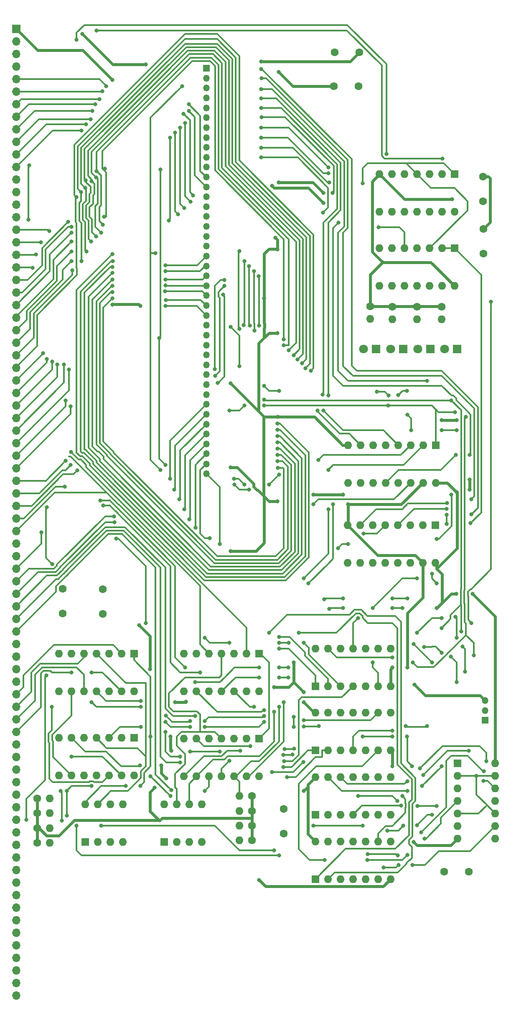
<source format=gbl>
%TF.GenerationSoftware,KiCad,Pcbnew,6.0.1-79c1e3a40b~116~ubuntu21.10.1*%
%TF.CreationDate,2022-02-13T21:16:16+01:00*%
%TF.ProjectId,Activation_Module,41637469-7661-4746-996f-6e5f4d6f6475,v0.3*%
%TF.SameCoordinates,Original*%
%TF.FileFunction,Copper,L2,Bot*%
%TF.FilePolarity,Positive*%
%FSLAX46Y46*%
G04 Gerber Fmt 4.6, Leading zero omitted, Abs format (unit mm)*
G04 Created by KiCad (PCBNEW 6.0.1-79c1e3a40b~116~ubuntu21.10.1) date 2022-02-13 21:16:16*
%MOMM*%
%LPD*%
G01*
G04 APERTURE LIST*
%TA.AperFunction,ComponentPad*%
%ADD10R,1.600000X1.600000*%
%TD*%
%TA.AperFunction,ComponentPad*%
%ADD11O,1.600000X1.600000*%
%TD*%
%TA.AperFunction,ComponentPad*%
%ADD12R,1.800000X1.800000*%
%TD*%
%TA.AperFunction,ComponentPad*%
%ADD13C,1.800000*%
%TD*%
%TA.AperFunction,ComponentPad*%
%ADD14C,1.600000*%
%TD*%
%TA.AperFunction,ComponentPad*%
%ADD15R,1.700000X1.700000*%
%TD*%
%TA.AperFunction,ComponentPad*%
%ADD16O,1.700000X1.700000*%
%TD*%
%TA.AperFunction,ComponentPad*%
%ADD17R,1.350000X1.350000*%
%TD*%
%TA.AperFunction,ComponentPad*%
%ADD18O,1.350000X1.350000*%
%TD*%
%TA.AperFunction,ViaPad*%
%ADD19C,0.800000*%
%TD*%
%TA.AperFunction,Conductor*%
%ADD20C,0.600000*%
%TD*%
%TA.AperFunction,Conductor*%
%ADD21C,0.300000*%
%TD*%
G04 APERTURE END LIST*
D10*
%TO.P,U19,1*%
%TO.N,Net-(U18-Pad3)*%
X118625000Y-45200000D03*
D11*
%TO.P,U19,2*%
%TO.N,Net-(J1-Pad4)*%
X116085000Y-45200000D03*
%TO.P,U19,3*%
%TO.N,/WE_F*%
X113545000Y-45200000D03*
%TO.P,U19,4*%
%TO.N,Net-(U18-Pad3)*%
X111005000Y-45200000D03*
%TO.P,U19,5*%
%TO.N,Net-(J1-Pad3)*%
X108465000Y-45200000D03*
%TO.P,U19,6*%
%TO.N,/WE_R*%
X105925000Y-45200000D03*
%TO.P,U19,7,GND*%
%TO.N,+5V*%
X103385000Y-45200000D03*
%TO.P,U19,8*%
%TO.N,N/C*%
X103385000Y-52820000D03*
%TO.P,U19,9*%
X105925000Y-52820000D03*
%TO.P,U19,10*%
X108465000Y-52820000D03*
%TO.P,U19,11*%
X111005000Y-52820000D03*
%TO.P,U19,12*%
X113545000Y-52820000D03*
%TO.P,U19,13*%
X116085000Y-52820000D03*
%TO.P,U19,14,VCC*%
%TO.N,GND*%
X118625000Y-52820000D03*
%TD*%
D10*
%TO.P,U6,1*%
%TO.N,Net-(U4-Pad3)*%
X90375000Y-148800000D03*
D11*
%TO.P,U6,2*%
%TO.N,Net-(U4-Pad6)*%
X92915000Y-148800000D03*
%TO.P,U6,3*%
%TO.N,Net-(U6-Pad3)*%
X95455000Y-148800000D03*
%TO.P,U6,4*%
%TO.N,Net-(U5-Pad8)*%
X97995000Y-148800000D03*
%TO.P,U6,5*%
%TO.N,Net-(U5-Pad11)*%
X100535000Y-148800000D03*
%TO.P,U6,6*%
%TO.N,Net-(U6-Pad10)*%
X103075000Y-148800000D03*
%TO.P,U6,7,GND*%
%TO.N,GND*%
X105615000Y-148800000D03*
%TO.P,U6,8*%
%TO.N,Net-(U22-Pad1)*%
X105615000Y-141180000D03*
%TO.P,U6,9*%
%TO.N,Net-(U6-Pad9)*%
X103075000Y-141180000D03*
%TO.P,U6,10*%
%TO.N,Net-(U6-Pad10)*%
X100535000Y-141180000D03*
%TO.P,U6,11*%
%TO.N,Net-(U18-Pad1)*%
X97995000Y-141180000D03*
%TO.P,U6,12*%
%TO.N,/~{WE1}*%
X95455000Y-141180000D03*
%TO.P,U6,13*%
%TO.N,/~{WE2}*%
X92915000Y-141180000D03*
%TO.P,U6,14,VCC*%
%TO.N,+5V*%
X90375000Y-141180000D03*
%TD*%
D12*
%TO.P,D3,1,K*%
%TO.N,/~{RE1}*%
X108175000Y-80540000D03*
D13*
%TO.P,D3,2,A*%
%TO.N,Net-(D3-Pad2)*%
X105635000Y-80540000D03*
%TD*%
D10*
%TO.P,U5,1*%
%TO.N,Net-(R1-Pad2)*%
X79000000Y-159400000D03*
D11*
%TO.P,U5,2*%
%TO.N,/WE2:3*%
X76460000Y-159400000D03*
%TO.P,U5,3*%
%TO.N,Net-(U5-Pad3)*%
X73920000Y-159400000D03*
%TO.P,U5,4*%
%TO.N,Net-(R2-Pad2)*%
X71380000Y-159400000D03*
%TO.P,U5,5*%
%TO.N,/WE2:4*%
X68840000Y-159400000D03*
%TO.P,U5,6*%
%TO.N,Net-(U5-Pad6)*%
X66300000Y-159400000D03*
%TO.P,U5,7,GND*%
%TO.N,GND*%
X63760000Y-159400000D03*
%TO.P,U5,8*%
%TO.N,Net-(U5-Pad8)*%
X63760000Y-167020000D03*
%TO.P,U5,9*%
%TO.N,Net-(R3-Pad2)*%
X66300000Y-167020000D03*
%TO.P,U5,10*%
%TO.N,/WE2:5*%
X68840000Y-167020000D03*
%TO.P,U5,11*%
%TO.N,Net-(U5-Pad11)*%
X71380000Y-167020000D03*
%TO.P,U5,12*%
%TO.N,Net-(R4-Pad2)*%
X73920000Y-167020000D03*
%TO.P,U5,13*%
%TO.N,/WE2:6*%
X76460000Y-167020000D03*
%TO.P,U5,14,VCC*%
%TO.N,+5V*%
X79000000Y-167020000D03*
%TD*%
D10*
%TO.P,U7,1*%
%TO.N,Net-(U5-Pad3)*%
X90375000Y-174800000D03*
D11*
%TO.P,U7,2*%
%TO.N,Net-(U5-Pad6)*%
X92915000Y-174800000D03*
%TO.P,U7,3*%
%TO.N,Net-(U6-Pad9)*%
X95455000Y-174800000D03*
%TO.P,U7,4*%
%TO.N,Net-(U6-Pad3)*%
X97995000Y-174800000D03*
%TO.P,U7,5*%
%TO.N,Net-(U7-Pad5)*%
X100535000Y-174800000D03*
%TO.P,U7,6*%
%TO.N,Net-(U22-Pad4)*%
X103075000Y-174800000D03*
%TO.P,U7,7,GND*%
%TO.N,GND*%
X105615000Y-174800000D03*
%TO.P,U7,8*%
%TO.N,Net-(U7-Pad5)*%
X105615000Y-167180000D03*
%TO.P,U7,9*%
%TO.N,Net-(U4-Pad8)*%
X103075000Y-167180000D03*
%TO.P,U7,10*%
%TO.N,Net-(U4-Pad11)*%
X100535000Y-167180000D03*
%TO.P,U7,11*%
%TO.N,Net-(U18-Pad10)*%
X97995000Y-167180000D03*
%TO.P,U7,12*%
%TO.N,/~{RE1}*%
X95455000Y-167180000D03*
%TO.P,U7,13*%
%TO.N,/~{RE2}*%
X92915000Y-167180000D03*
%TO.P,U7,14,VCC*%
%TO.N,+5V*%
X90375000Y-167180000D03*
%TD*%
D14*
%TO.P,R9,1*%
%TO.N,GND*%
X33982372Y-177500000D03*
D11*
%TO.P,R9,2*%
%TO.N,Net-(R9-Pad2)*%
X36522372Y-177500000D03*
%TD*%
D14*
%TO.P,R10,1*%
%TO.N,GND*%
X33982372Y-180500000D03*
D11*
%TO.P,R10,2*%
%TO.N,Net-(R10-Pad2)*%
X36522372Y-180500000D03*
%TD*%
D14*
%TO.P,R1,1*%
%TO.N,GND*%
X77567372Y-180000000D03*
D11*
%TO.P,R1,2*%
%TO.N,Net-(R1-Pad2)*%
X75027372Y-180000000D03*
%TD*%
D10*
%TO.P,U4,1*%
%TO.N,Net-(R1-Pad2)*%
X79000000Y-142200000D03*
D11*
%TO.P,U4,2*%
%TO.N,/WE1:3*%
X76460000Y-142200000D03*
%TO.P,U4,3*%
%TO.N,Net-(U4-Pad3)*%
X73920000Y-142200000D03*
%TO.P,U4,4*%
%TO.N,Net-(R2-Pad2)*%
X71380000Y-142200000D03*
%TO.P,U4,5*%
%TO.N,/WE1:4*%
X68840000Y-142200000D03*
%TO.P,U4,6*%
%TO.N,Net-(U4-Pad6)*%
X66300000Y-142200000D03*
%TO.P,U4,7,GND*%
%TO.N,GND*%
X63760000Y-142200000D03*
%TO.P,U4,8*%
%TO.N,Net-(U4-Pad8)*%
X63760000Y-149820000D03*
%TO.P,U4,9*%
%TO.N,Net-(R3-Pad2)*%
X66300000Y-149820000D03*
%TO.P,U4,10*%
%TO.N,/WE1:5*%
X68840000Y-149820000D03*
%TO.P,U4,11*%
%TO.N,Net-(U4-Pad11)*%
X71380000Y-149820000D03*
%TO.P,U4,12*%
%TO.N,Net-(R4-Pad2)*%
X73920000Y-149820000D03*
%TO.P,U4,13*%
%TO.N,/WE1:6*%
X76460000Y-149820000D03*
%TO.P,U4,14,VCC*%
%TO.N,+5V*%
X79000000Y-149820000D03*
%TD*%
D14*
%TO.P,C5,1*%
%TO.N,GND*%
X47340000Y-134200000D03*
%TO.P,C5,2*%
%TO.N,+5V*%
X47340000Y-129200000D03*
%TD*%
%TO.P,R3,1*%
%TO.N,GND*%
X77567372Y-174000000D03*
D11*
%TO.P,R3,2*%
%TO.N,Net-(R3-Pad2)*%
X75027372Y-174000000D03*
%TD*%
D14*
%TO.P,R6,1*%
%TO.N,+5V*%
X116000000Y-72000000D03*
D11*
%TO.P,R6,2*%
%TO.N,Net-(D2-Pad2)*%
X116000000Y-74540000D03*
%TD*%
D15*
%TO.P,J1,1,GND*%
%TO.N,GND*%
X29800000Y-15770954D03*
D16*
%TO.P,J1,2,Vcc*%
%TO.N,+5V*%
X29800000Y-18310954D03*
%TO.P,J1,3,CLK_R*%
%TO.N,Net-(J1-Pad3)*%
X29800000Y-20850954D03*
%TO.P,J1,4,CLK_F*%
%TO.N,Net-(J1-Pad4)*%
X29800000Y-23390954D03*
%TO.P,J1,5,BUS1:0*%
%TO.N,Net-(J1-Pad5)*%
X29800000Y-25930954D03*
%TO.P,J1,6,BUS1:1*%
%TO.N,Net-(J1-Pad6)*%
X29800000Y-28470954D03*
%TO.P,J1,7,BUS1:2*%
%TO.N,Net-(J1-Pad7)*%
X29800000Y-31010954D03*
%TO.P,J1,8,BUS1:3*%
%TO.N,Net-(J1-Pad8)*%
X29800000Y-33550954D03*
%TO.P,J1,9,BUS1:4*%
%TO.N,Net-(J1-Pad9)*%
X29800000Y-36090954D03*
%TO.P,J1,10,BUS1:5*%
%TO.N,Net-(J1-Pad10)*%
X29800000Y-38630954D03*
%TO.P,J1,11,BUS1:6*%
%TO.N,Net-(J1-Pad11)*%
X29800000Y-41170954D03*
%TO.P,J1,12,BUS1:7*%
%TO.N,Net-(J1-Pad12)*%
X29800000Y-43710954D03*
%TO.P,J1,13,BUS1:8*%
%TO.N,Net-(J1-Pad13)*%
X29800000Y-46250954D03*
%TO.P,J1,14,BUS1:9*%
%TO.N,Net-(J1-Pad14)*%
X29800000Y-48790954D03*
%TO.P,J1,15,BUS1:A*%
%TO.N,Net-(J1-Pad15)*%
X29800000Y-51330954D03*
%TO.P,J1,16,BUS1:B*%
%TO.N,Net-(J1-Pad16)*%
X29800000Y-53870954D03*
%TO.P,J1,17,BUS1:C*%
%TO.N,Net-(J1-Pad17)*%
X29800000Y-56410954D03*
%TO.P,J1,18,BUS1:D*%
%TO.N,Net-(J1-Pad18)*%
X29800000Y-58950954D03*
%TO.P,J1,19,BUS1:E*%
%TO.N,Net-(J1-Pad19)*%
X29800000Y-61490954D03*
%TO.P,J1,20,BUS1:F*%
%TO.N,Net-(J1-Pad20)*%
X29800000Y-64030954D03*
%TO.P,J1,21,BUS2:0*%
%TO.N,Net-(J1-Pad21)*%
X29800000Y-66570954D03*
%TO.P,J1,22,BUS2:1*%
%TO.N,Net-(J1-Pad22)*%
X29800000Y-69110954D03*
%TO.P,J1,23,BUS2:2*%
%TO.N,Net-(J1-Pad23)*%
X29800000Y-71650954D03*
%TO.P,J1,24,BUS2:3*%
%TO.N,Net-(J1-Pad24)*%
X29800000Y-74190954D03*
%TO.P,J1,25,BUS2:4*%
%TO.N,Net-(J1-Pad25)*%
X29800000Y-76730954D03*
%TO.P,J1,26,BUS2:5*%
%TO.N,Net-(J1-Pad26)*%
X29800000Y-79270954D03*
%TO.P,J1,27,BUS2:6*%
%TO.N,Net-(J1-Pad27)*%
X29800000Y-81810954D03*
%TO.P,J1,28,BUS2:7*%
%TO.N,Net-(J1-Pad28)*%
X29800000Y-84350954D03*
%TO.P,J1,29,BUS2:8*%
%TO.N,Net-(J1-Pad29)*%
X29800000Y-86890954D03*
%TO.P,J1,30,BUS2:9*%
%TO.N,Net-(J1-Pad30)*%
X29800000Y-89430954D03*
%TO.P,J1,31,BUS2:A*%
%TO.N,Net-(J1-Pad31)*%
X29800000Y-91970954D03*
%TO.P,J1,32,BUS2:B*%
%TO.N,Net-(J1-Pad32)*%
X29800000Y-94510954D03*
%TO.P,J1,33,BUS2:C*%
%TO.N,Net-(J1-Pad33)*%
X29800000Y-97050954D03*
%TO.P,J1,34,BUS2:D*%
%TO.N,Net-(J1-Pad34)*%
X29800000Y-99590954D03*
%TO.P,J1,35,BUS2:E*%
%TO.N,Net-(J1-Pad35)*%
X29800000Y-102130954D03*
%TO.P,J1,36,BUS2:F*%
%TO.N,Net-(J1-Pad36)*%
X29800000Y-104670954D03*
%TO.P,J1,37,WE1:0*%
%TO.N,/WE1:0*%
X29800000Y-107210954D03*
%TO.P,J1,38,WE1:1*%
%TO.N,/WE1:1*%
X29800000Y-109750954D03*
%TO.P,J1,39,WE1:2*%
%TO.N,/WE1:2*%
X29800000Y-112290954D03*
%TO.P,J1,40,WE1:3*%
%TO.N,/WE1:3*%
X29800000Y-114830954D03*
%TO.P,J1,41,WE1:4*%
%TO.N,/WE1:4*%
X29800000Y-117370954D03*
%TO.P,J1,42,WE1:5*%
%TO.N,/WE1:5*%
X29800000Y-119910954D03*
%TO.P,J1,43,WE1:6*%
%TO.N,/WE1:6*%
X29800000Y-122450954D03*
%TO.P,J1,44,WE2:0*%
%TO.N,/WE2:0*%
X29800000Y-124990954D03*
%TO.P,J1,45,WE2:1*%
%TO.N,/WE2:1*%
X29800000Y-127530954D03*
%TO.P,J1,46,WE2:2*%
%TO.N,/WE2:2*%
X29800000Y-130070954D03*
%TO.P,J1,47,WE2:3*%
%TO.N,/WE2:3*%
X29800000Y-132610954D03*
%TO.P,J1,48,WE2:4*%
%TO.N,/WE2:4*%
X29800000Y-135150954D03*
%TO.P,J1,49,WE2:5*%
%TO.N,/WE2:5*%
X29800000Y-137690954D03*
%TO.P,J1,50,WE2:6*%
%TO.N,/WE2:6*%
X29800000Y-140230954D03*
%TO.P,J1,51,RE1:0*%
%TO.N,/RE1:0*%
X29800000Y-142770954D03*
%TO.P,J1,52,RE1:1*%
%TO.N,/RE1:1*%
X29800000Y-145310954D03*
%TO.P,J1,53,RE1:2*%
%TO.N,/RE1:2*%
X29800000Y-147850954D03*
%TO.P,J1,54,RE1:3*%
%TO.N,/RE1:3*%
X29800000Y-150390954D03*
%TO.P,J1,55,RE1:4*%
%TO.N,/RE1:4*%
X29800000Y-152930954D03*
%TO.P,J1,56,RE1:5*%
%TO.N,/RE1:5*%
X29800000Y-155470954D03*
%TO.P,J1,57,RE1:6*%
%TO.N,/RE1:6*%
X29800000Y-158010954D03*
%TO.P,J1,58,RE2:0*%
%TO.N,/RE2:0*%
X29800000Y-160550954D03*
%TO.P,J1,59,RE2:1*%
%TO.N,/RE2:1*%
X29800000Y-163090954D03*
%TO.P,J1,60,RE2:2*%
%TO.N,/RE2:2*%
X29800000Y-165630954D03*
%TO.P,J1,61,RE2:3*%
%TO.N,/RE2:3*%
X29800000Y-168170954D03*
%TO.P,J1,62,RE2:4*%
%TO.N,/RE2:4*%
X29800000Y-170710954D03*
%TO.P,J1,63,RE2:5*%
%TO.N,/RE2:5*%
X29800000Y-173250954D03*
%TO.P,J1,64,RE2:6*%
%TO.N,/RE2:6*%
X29800000Y-175790954D03*
%TO.P,J1,65,Sup*%
%TO.N,Net-(J1-Pad65)*%
X29800000Y-178330954D03*
%TO.P,J1,66,Set_Sup*%
%TO.N,unconnected-(J1-Pad66)*%
X29800000Y-180870954D03*
%TO.P,J1,67,Reset_Sup*%
%TO.N,unconnected-(J1-Pad67)*%
X29800000Y-183410954D03*
%TO.P,J1,68*%
%TO.N,N/C*%
X29800000Y-185950954D03*
%TO.P,J1,69*%
X29800000Y-188490954D03*
%TO.P,J1,70*%
X29800000Y-191030954D03*
%TO.P,J1,71*%
X29800000Y-193570954D03*
%TO.P,J1,72*%
X29800000Y-196110954D03*
%TO.P,J1,73*%
X29800000Y-198650954D03*
%TO.P,J1,74*%
X29800000Y-201190954D03*
%TO.P,J1,75*%
X29800000Y-203730954D03*
%TO.P,J1,76*%
X29800000Y-206270954D03*
%TO.P,J1,77*%
X29800000Y-208810954D03*
%TO.P,J1,78*%
X29800000Y-211350954D03*
%TD*%
D12*
%TO.P,D4,1,K*%
%TO.N,/~{RE2}*%
X113660000Y-80550000D03*
D13*
%TO.P,D4,2,A*%
%TO.N,Net-(D4-Pad2)*%
X111120000Y-80550000D03*
%TD*%
D10*
%TO.P,U20,1,A/B*%
%TO.N,/~{RE1}*%
X114700000Y-116200000D03*
D11*
%TO.P,U20,2,I0a*%
%TO.N,/RE1:0*%
X112160000Y-116200000D03*
%TO.P,U20,3,I1a*%
%TO.N,/RE2:0*%
X109620000Y-116200000D03*
%TO.P,U20,4,Qa*%
%TO.N,Net-(U2-Pad1)*%
X107080000Y-116200000D03*
%TO.P,U20,5,I0b*%
%TO.N,/RE1:1*%
X104540000Y-116200000D03*
%TO.P,U20,6,I1b*%
%TO.N,/RE2:1*%
X102000000Y-116200000D03*
%TO.P,U20,7,Qb*%
%TO.N,Net-(U2-Pad2)*%
X99460000Y-116200000D03*
%TO.P,U20,8,GND*%
%TO.N,GND*%
X96920000Y-116200000D03*
%TO.P,U20,9,Qd*%
%TO.N,unconnected-(U20-Pad9)*%
X96920000Y-123820000D03*
%TO.P,U20,10,I1d*%
%TO.N,unconnected-(U20-Pad10)*%
X99460000Y-123820000D03*
%TO.P,U20,11,I0d*%
%TO.N,unconnected-(U20-Pad11)*%
X102000000Y-123820000D03*
%TO.P,U20,12,Qc*%
%TO.N,Net-(U2-Pad3)*%
X104540000Y-123820000D03*
%TO.P,U20,13,I1c*%
%TO.N,/RE2:2*%
X107080000Y-123820000D03*
%TO.P,U20,14,I0c*%
%TO.N,/RE1:2*%
X109620000Y-123820000D03*
%TO.P,U20,15,~{EN}*%
%TO.N,GND*%
X112160000Y-123820000D03*
%TO.P,U20,16,VCC*%
%TO.N,+5V*%
X114700000Y-123820000D03*
%TD*%
D14*
%TO.P,R12,1*%
%TO.N,+5V*%
X111000000Y-72000000D03*
D11*
%TO.P,R12,2*%
%TO.N,Net-(D4-Pad2)*%
X111000000Y-74540000D03*
%TD*%
D14*
%TO.P,R5,1*%
%TO.N,+5V*%
X101470000Y-71925000D03*
D11*
%TO.P,R5,2*%
%TO.N,Net-(D1-Pad2)*%
X101470000Y-74465000D03*
%TD*%
D17*
%TO.P,U2,1,Mode_R0*%
%TO.N,Net-(U2-Pad1)*%
X68300000Y-23770954D03*
D18*
%TO.P,U2,2,Mode_R1*%
%TO.N,Net-(U2-Pad2)*%
X68300000Y-25770954D03*
%TO.P,U2,3,Mode_R2*%
%TO.N,Net-(U2-Pad3)*%
X68300000Y-27770954D03*
%TO.P,U2,4,Mode_W0*%
%TO.N,Net-(U2-Pad4)*%
X68300000Y-29770954D03*
%TO.P,U2,5,Mode_W1*%
%TO.N,Net-(U2-Pad5)*%
X68300000Y-31770954D03*
%TO.P,U2,6,Mode_W2*%
%TO.N,Net-(U2-Pad6)*%
X68300000Y-33770954D03*
%TO.P,U2,7,WE_R*%
%TO.N,/WE_R*%
X68300000Y-35770954D03*
%TO.P,U2,8,WE_F*%
%TO.N,/WE_F*%
X68300000Y-37770954D03*
%TO.P,U2,9,WE*%
%TO.N,Net-(U18-Pad3)*%
X68300000Y-39770954D03*
%TO.P,U2,10,RE*%
%TO.N,Net-(U18-Pad8)*%
X68300000Y-41770954D03*
%TO.P,U2,11,from_Bus0*%
%TO.N,Net-(U14-Pad18)*%
X68300000Y-43770954D03*
%TO.P,U2,12,from_Bus1*%
%TO.N,Net-(U14-Pad17)*%
X68300000Y-45770954D03*
%TO.P,U2,13,from_Bus2*%
%TO.N,Net-(U14-Pad16)*%
X68300000Y-47770954D03*
%TO.P,U2,14,from_Bus3*%
%TO.N,Net-(U14-Pad15)*%
X68300000Y-49770954D03*
%TO.P,U2,15,from_Bus4*%
%TO.N,Net-(U14-Pad14)*%
X68300000Y-51770954D03*
%TO.P,U2,16,from_Bus5*%
%TO.N,Net-(U14-Pad13)*%
X68300000Y-53770954D03*
%TO.P,U2,17,from_Bus6*%
%TO.N,Net-(U14-Pad12)*%
X68300000Y-55770954D03*
%TO.P,U2,18,from_Bus7*%
%TO.N,Net-(U14-Pad11)*%
X68300000Y-57770954D03*
%TO.P,U2,19,from_Bus8*%
%TO.N,Net-(U17-Pad18)*%
X68300000Y-59770954D03*
%TO.P,U2,20,from_Bus9*%
%TO.N,Net-(U17-Pad17)*%
X68300000Y-61770954D03*
%TO.P,U2,21,from_Bus10*%
%TO.N,Net-(U17-Pad16)*%
X68300000Y-63770954D03*
%TO.P,U2,22,from_Bus11*%
%TO.N,Net-(U17-Pad15)*%
X68300000Y-65770954D03*
%TO.P,U2,23,from_Bus12*%
%TO.N,Net-(U17-Pad14)*%
X68300000Y-67770954D03*
%TO.P,U2,24,from_Bus13*%
%TO.N,Net-(U17-Pad13)*%
X68300000Y-69770954D03*
%TO.P,U2,25,from_Bus14*%
%TO.N,Net-(U17-Pad12)*%
X68300000Y-71770954D03*
%TO.P,U2,26,from_Bus15*%
%TO.N,Net-(U17-Pad11)*%
X68300000Y-73770954D03*
%TO.P,U2,27,to_Bus0*%
%TO.N,Net-(U1-Pad2)*%
X68300000Y-75770954D03*
%TO.P,U2,28,to_Bus1*%
%TO.N,Net-(U1-Pad3)*%
X68300000Y-77770954D03*
%TO.P,U2,29,to_Bus2*%
%TO.N,Net-(U1-Pad4)*%
X68300000Y-79770954D03*
%TO.P,U2,30,to_Bus3*%
%TO.N,Net-(U1-Pad5)*%
X68300000Y-81770954D03*
%TO.P,U2,31,to_Bus4*%
%TO.N,Net-(U1-Pad6)*%
X68300000Y-83770954D03*
%TO.P,U2,32,to_Bus5*%
%TO.N,Net-(U1-Pad7)*%
X68300000Y-85770954D03*
%TO.P,U2,33,to_Bus6*%
%TO.N,Net-(U1-Pad8)*%
X68300000Y-87770954D03*
%TO.P,U2,34,to_Bus7*%
%TO.N,Net-(U1-Pad9)*%
X68300000Y-89770954D03*
%TO.P,U2,35,to_Bus8*%
%TO.N,Net-(U11-Pad2)*%
X68300000Y-91770954D03*
%TO.P,U2,36,to_Bus9*%
%TO.N,Net-(U11-Pad3)*%
X68300000Y-93770954D03*
%TO.P,U2,37,to_Bus10*%
%TO.N,Net-(U11-Pad4)*%
X68300000Y-95770954D03*
%TO.P,U2,38,to_Bus11*%
%TO.N,Net-(U11-Pad5)*%
X68300000Y-97770954D03*
%TO.P,U2,39,to_Bus12*%
%TO.N,Net-(U11-Pad6)*%
X68300000Y-99770954D03*
%TO.P,U2,40,to_Bus13*%
%TO.N,Net-(U11-Pad7)*%
X68300000Y-101770954D03*
%TO.P,U2,41,to_Bus14*%
%TO.N,Net-(U11-Pad8)*%
X68300000Y-103830954D03*
%TO.P,U2,42,to_Bus15*%
%TO.N,Net-(U11-Pad9)*%
X68300000Y-105830954D03*
%TD*%
D10*
%TO.P,U16,1*%
%TO.N,Net-(U13-Pad3)*%
X90375000Y-161800000D03*
D11*
%TO.P,U16,2*%
%TO.N,Net-(U13-Pad6)*%
X92915000Y-161800000D03*
%TO.P,U16,3*%
%TO.N,Net-(U15-Pad9)*%
X95455000Y-161800000D03*
%TO.P,U16,4*%
%TO.N,Net-(U15-Pad3)*%
X97995000Y-161800000D03*
%TO.P,U16,5*%
%TO.N,Net-(U16-Pad5)*%
X100535000Y-161800000D03*
%TO.P,U16,6*%
%TO.N,Net-(U16-Pad6)*%
X103075000Y-161800000D03*
%TO.P,U16,7,GND*%
%TO.N,GND*%
X105615000Y-161800000D03*
%TO.P,U16,8*%
%TO.N,Net-(U16-Pad5)*%
X105615000Y-154180000D03*
%TO.P,U16,9*%
%TO.N,Net-(U12-Pad8)*%
X103075000Y-154180000D03*
%TO.P,U16,10*%
%TO.N,Net-(U12-Pad11)*%
X100535000Y-154180000D03*
%TO.P,U16,11*%
%TO.N,N/C*%
X97995000Y-154180000D03*
%TO.P,U16,12*%
X95455000Y-154180000D03*
%TO.P,U16,13*%
X92915000Y-154180000D03*
%TO.P,U16,14,VCC*%
%TO.N,+5V*%
X90375000Y-154180000D03*
%TD*%
D10*
%TO.P,U13,1*%
%TO.N,Net-(R7-Pad2)*%
X53625000Y-159200000D03*
D11*
%TO.P,U13,2*%
%TO.N,/RE2:3*%
X51085000Y-159200000D03*
%TO.P,U13,3*%
%TO.N,Net-(U13-Pad3)*%
X48545000Y-159200000D03*
%TO.P,U13,4*%
%TO.N,Net-(R8-Pad2)*%
X46005000Y-159200000D03*
%TO.P,U13,5*%
%TO.N,/RE2:4*%
X43465000Y-159200000D03*
%TO.P,U13,6*%
%TO.N,Net-(U13-Pad6)*%
X40925000Y-159200000D03*
%TO.P,U13,7,GND*%
%TO.N,GND*%
X38385000Y-159200000D03*
%TO.P,U13,8*%
%TO.N,Net-(U13-Pad8)*%
X38385000Y-166820000D03*
%TO.P,U13,9*%
%TO.N,Net-(R9-Pad2)*%
X40925000Y-166820000D03*
%TO.P,U13,10*%
%TO.N,/RE2:5*%
X43465000Y-166820000D03*
%TO.P,U13,11*%
%TO.N,Net-(U13-Pad11)*%
X46005000Y-166820000D03*
%TO.P,U13,12*%
%TO.N,Net-(R10-Pad2)*%
X48545000Y-166820000D03*
%TO.P,U13,13*%
%TO.N,/RE2:6*%
X51085000Y-166820000D03*
%TO.P,U13,14,VCC*%
%TO.N,+5V*%
X53625000Y-166820000D03*
%TD*%
D14*
%TO.P,R2,1*%
%TO.N,GND*%
X77567372Y-177000000D03*
D11*
%TO.P,R2,2*%
%TO.N,Net-(R2-Pad2)*%
X75027372Y-177000000D03*
%TD*%
D17*
%TO.P,J2,1,Pin_1*%
%TO.N,Net-(J2-Pad1)*%
X124774000Y-155700000D03*
D18*
%TO.P,J2,2,Pin_2*%
%TO.N,/~{SUP}*%
X124774000Y-153700000D03*
%TO.P,J2,3,Pin_3*%
%TO.N,GND*%
X124774000Y-151700000D03*
%TD*%
D12*
%TO.P,D1,1,K*%
%TO.N,/~{WE1}*%
X102720000Y-80530000D03*
D13*
%TO.P,D1,2,A*%
%TO.N,Net-(D1-Pad2)*%
X100180000Y-80530000D03*
%TD*%
D10*
%TO.P,SW2,1*%
%TO.N,+5V*%
X43722372Y-180267500D03*
D11*
%TO.P,SW2,2*%
X46262372Y-180267500D03*
%TO.P,SW2,3*%
X48802372Y-180267500D03*
%TO.P,SW2,4*%
X51342372Y-180267500D03*
%TO.P,SW2,5*%
%TO.N,Net-(R10-Pad2)*%
X51342372Y-172647500D03*
%TO.P,SW2,6*%
%TO.N,Net-(R9-Pad2)*%
X48802372Y-172647500D03*
%TO.P,SW2,7*%
%TO.N,Net-(R8-Pad2)*%
X46262372Y-172647500D03*
%TO.P,SW2,8*%
%TO.N,Net-(R7-Pad2)*%
X43722372Y-172647500D03*
%TD*%
D10*
%TO.P,U22,1*%
%TO.N,Net-(U22-Pad1)*%
X119200000Y-164375000D03*
D11*
%TO.P,U22,2*%
%TO.N,/~{SUP}*%
X119200000Y-166915000D03*
%TO.P,U22,3*%
%TO.N,/~{WE2}*%
X119200000Y-169455000D03*
%TO.P,U22,4*%
%TO.N,Net-(U22-Pad4)*%
X119200000Y-171995000D03*
%TO.P,U22,5*%
%TO.N,/~{SUP}*%
X119200000Y-174535000D03*
%TO.P,U22,6*%
%TO.N,/~{WE1}*%
X119200000Y-177075000D03*
%TO.P,U22,7,GND*%
%TO.N,GND*%
X119200000Y-179615000D03*
%TO.P,U22,8*%
%TO.N,/~{RE2}*%
X126820000Y-179615000D03*
%TO.P,U22,9*%
%TO.N,Net-(U15-Pad8)*%
X126820000Y-177075000D03*
%TO.P,U22,10*%
%TO.N,/~{SUP}*%
X126820000Y-174535000D03*
%TO.P,U22,11*%
%TO.N,/~{RE1}*%
X126820000Y-171995000D03*
%TO.P,U22,12*%
%TO.N,Net-(U16-Pad6)*%
X126820000Y-169455000D03*
%TO.P,U22,13*%
%TO.N,/~{SUP}*%
X126820000Y-166915000D03*
%TO.P,U22,14,VCC*%
%TO.N,+5V*%
X126820000Y-164375000D03*
%TD*%
D10*
%TO.P,U18,1*%
%TO.N,Net-(U18-Pad1)*%
X118625000Y-60200000D03*
D11*
%TO.P,U18,2*%
X116085000Y-60200000D03*
%TO.P,U18,3*%
%TO.N,Net-(U18-Pad3)*%
X113545000Y-60200000D03*
%TO.P,U18,4*%
%TO.N,Net-(J1-Pad65)*%
X111005000Y-60200000D03*
%TO.P,U18,5*%
X108465000Y-60200000D03*
%TO.P,U18,6*%
%TO.N,Net-(J2-Pad1)*%
X105925000Y-60200000D03*
%TO.P,U18,7,GND*%
%TO.N,GND*%
X103385000Y-60200000D03*
%TO.P,U18,8*%
%TO.N,Net-(U18-Pad8)*%
X103385000Y-67820000D03*
%TO.P,U18,9*%
%TO.N,Net-(U18-Pad10)*%
X105925000Y-67820000D03*
%TO.P,U18,10*%
X108465000Y-67820000D03*
%TO.P,U18,11*%
%TO.N,N/C*%
X111005000Y-67820000D03*
%TO.P,U18,12*%
X113545000Y-67820000D03*
%TO.P,U18,13*%
X116085000Y-67820000D03*
%TO.P,U18,14,VCC*%
%TO.N,+5V*%
X118625000Y-67820000D03*
%TD*%
D14*
%TO.P,R8,1*%
%TO.N,GND*%
X33982372Y-174500000D03*
D11*
%TO.P,R8,2*%
%TO.N,Net-(R8-Pad2)*%
X36522372Y-174500000D03*
%TD*%
D14*
%TO.P,C2,1*%
%TO.N,+5V*%
X39190000Y-129100000D03*
%TO.P,C2,2*%
%TO.N,GND*%
X39190000Y-134100000D03*
%TD*%
%TO.P,C1,1*%
%TO.N,+5V*%
X124430000Y-61270000D03*
%TO.P,C1,2*%
%TO.N,GND*%
X124430000Y-56270000D03*
%TD*%
D10*
%TO.P,U12,1*%
%TO.N,Net-(R7-Pad2)*%
X53625000Y-142200000D03*
D11*
%TO.P,U12,2*%
%TO.N,/RE1:3*%
X51085000Y-142200000D03*
%TO.P,U12,3*%
%TO.N,Net-(U12-Pad3)*%
X48545000Y-142200000D03*
%TO.P,U12,4*%
%TO.N,Net-(R8-Pad2)*%
X46005000Y-142200000D03*
%TO.P,U12,5*%
%TO.N,/RE1:4*%
X43465000Y-142200000D03*
%TO.P,U12,6*%
%TO.N,Net-(U12-Pad6)*%
X40925000Y-142200000D03*
%TO.P,U12,7,GND*%
%TO.N,GND*%
X38385000Y-142200000D03*
%TO.P,U12,8*%
%TO.N,Net-(U12-Pad8)*%
X38385000Y-149820000D03*
%TO.P,U12,9*%
%TO.N,Net-(R9-Pad2)*%
X40925000Y-149820000D03*
%TO.P,U12,10*%
%TO.N,/RE1:5*%
X43465000Y-149820000D03*
%TO.P,U12,11*%
%TO.N,Net-(U12-Pad11)*%
X46005000Y-149820000D03*
%TO.P,U12,12*%
%TO.N,Net-(R10-Pad2)*%
X48545000Y-149820000D03*
%TO.P,U12,13*%
%TO.N,/RE1:6*%
X51085000Y-149820000D03*
%TO.P,U12,14,VCC*%
%TO.N,+5V*%
X53625000Y-149820000D03*
%TD*%
D14*
%TO.P,C7,1*%
%TO.N,GND*%
X94300000Y-20530000D03*
%TO.P,C7,2*%
%TO.N,+5V*%
X99300000Y-20530000D03*
%TD*%
%TO.P,C4,1*%
%TO.N,GND*%
X116450000Y-186320000D03*
%TO.P,C4,2*%
%TO.N,+5V*%
X121450000Y-186320000D03*
%TD*%
%TO.P,C3,1*%
%TO.N,+5V*%
X99150000Y-27360000D03*
%TO.P,C3,2*%
%TO.N,GND*%
X94150000Y-27360000D03*
%TD*%
D12*
%TO.P,D2,1,K*%
%TO.N,/~{WE2}*%
X119150000Y-80540000D03*
D13*
%TO.P,D2,2,A*%
%TO.N,Net-(D2-Pad2)*%
X116610000Y-80540000D03*
%TD*%
D10*
%TO.P,SW1,1*%
%TO.N,+5V*%
X59722372Y-180267500D03*
D11*
%TO.P,SW1,2*%
X62262372Y-180267500D03*
%TO.P,SW1,3*%
X64802372Y-180267500D03*
%TO.P,SW1,4*%
X67342372Y-180267500D03*
%TO.P,SW1,5*%
%TO.N,Net-(R4-Pad2)*%
X67342372Y-172647500D03*
%TO.P,SW1,6*%
%TO.N,Net-(R3-Pad2)*%
X64802372Y-172647500D03*
%TO.P,SW1,7*%
%TO.N,Net-(R2-Pad2)*%
X62262372Y-172647500D03*
%TO.P,SW1,8*%
%TO.N,Net-(R1-Pad2)*%
X59722372Y-172647500D03*
%TD*%
D14*
%TO.P,C8,1*%
%TO.N,GND*%
X124320000Y-45650000D03*
%TO.P,C8,2*%
%TO.N,+5V*%
X124320000Y-50650000D03*
%TD*%
D10*
%TO.P,U21,1,A/B*%
%TO.N,/~{WE1}*%
X114800000Y-100000000D03*
D11*
%TO.P,U21,2,I0a*%
%TO.N,/WE1:0*%
X112260000Y-100000000D03*
%TO.P,U21,3,I1a*%
%TO.N,/WE2:0*%
X109720000Y-100000000D03*
%TO.P,U21,4,Qa*%
%TO.N,Net-(U2-Pad4)*%
X107180000Y-100000000D03*
%TO.P,U21,5,I0b*%
%TO.N,/WE1:1*%
X104640000Y-100000000D03*
%TO.P,U21,6,I1b*%
%TO.N,/WE2:1*%
X102100000Y-100000000D03*
%TO.P,U21,7,Qb*%
%TO.N,Net-(U2-Pad5)*%
X99560000Y-100000000D03*
%TO.P,U21,8,GND*%
%TO.N,GND*%
X97020000Y-100000000D03*
%TO.P,U21,9,Qd*%
%TO.N,unconnected-(U21-Pad9)*%
X97020000Y-107620000D03*
%TO.P,U21,10,I1d*%
%TO.N,unconnected-(U21-Pad10)*%
X99560000Y-107620000D03*
%TO.P,U21,11,I0d*%
%TO.N,unconnected-(U21-Pad11)*%
X102100000Y-107620000D03*
%TO.P,U21,12,Qc*%
%TO.N,Net-(U2-Pad6)*%
X104640000Y-107620000D03*
%TO.P,U21,13,I1c*%
%TO.N,/WE2:2*%
X107180000Y-107620000D03*
%TO.P,U21,14,I0c*%
%TO.N,/WE1:2*%
X109720000Y-107620000D03*
%TO.P,U21,15,~{EN}*%
%TO.N,GND*%
X112260000Y-107620000D03*
%TO.P,U21,16,VCC*%
%TO.N,+5V*%
X114800000Y-107620000D03*
%TD*%
D14*
%TO.P,R11,1*%
%TO.N,+5V*%
X106000000Y-72000000D03*
D11*
%TO.P,R11,2*%
%TO.N,Net-(D3-Pad2)*%
X106000000Y-74540000D03*
%TD*%
D14*
%TO.P,R7,1*%
%TO.N,GND*%
X33982372Y-171500000D03*
D11*
%TO.P,R7,2*%
%TO.N,Net-(R7-Pad2)*%
X36522372Y-171500000D03*
%TD*%
D10*
%TO.P,U15,1*%
%TO.N,Net-(U12-Pad3)*%
X90375000Y-187800000D03*
D11*
%TO.P,U15,2*%
%TO.N,Net-(U12-Pad6)*%
X92915000Y-187800000D03*
%TO.P,U15,3*%
%TO.N,Net-(U15-Pad3)*%
X95455000Y-187800000D03*
%TO.P,U15,4*%
%TO.N,Net-(U13-Pad8)*%
X97995000Y-187800000D03*
%TO.P,U15,5*%
%TO.N,Net-(U13-Pad11)*%
X100535000Y-187800000D03*
%TO.P,U15,6*%
%TO.N,Net-(U15-Pad10)*%
X103075000Y-187800000D03*
%TO.P,U15,7,GND*%
%TO.N,GND*%
X105615000Y-187800000D03*
%TO.P,U15,8*%
%TO.N,Net-(U15-Pad8)*%
X105615000Y-180180000D03*
%TO.P,U15,9*%
%TO.N,Net-(U15-Pad9)*%
X103075000Y-180180000D03*
%TO.P,U15,10*%
%TO.N,Net-(U15-Pad10)*%
X100535000Y-180180000D03*
%TO.P,U15,11*%
%TO.N,N/C*%
X97995000Y-180180000D03*
%TO.P,U15,12*%
X95455000Y-180180000D03*
%TO.P,U15,13*%
X92915000Y-180180000D03*
%TO.P,U15,14,VCC*%
%TO.N,+5V*%
X90375000Y-180180000D03*
%TD*%
D14*
%TO.P,R4,1*%
%TO.N,GND*%
X77562372Y-171000000D03*
D11*
%TO.P,R4,2*%
%TO.N,Net-(R4-Pad2)*%
X75022372Y-171000000D03*
%TD*%
D14*
%TO.P,C6,1*%
%TO.N,GND*%
X83930000Y-178600000D03*
%TO.P,C6,2*%
%TO.N,+5V*%
X83930000Y-173600000D03*
%TD*%
D19*
%TO.N,GND*%
X82725000Y-111375954D03*
X54900500Y-71820954D03*
X73225000Y-104535954D03*
X97000000Y-112000000D03*
X60139964Y-167414964D03*
X110501477Y-148501477D03*
X91973455Y-49000000D03*
X90000000Y-110000000D03*
X106000000Y-165000000D03*
X96000000Y-110000000D03*
X49225000Y-26105954D03*
X82975000Y-46900500D03*
X82725000Y-60375954D03*
X59150000Y-164800000D03*
X73225000Y-87535954D03*
X82725000Y-60375954D03*
X73225000Y-121435965D03*
X49287319Y-71598273D03*
X106000000Y-145000000D03*
X110297407Y-180295796D03*
X109000000Y-145000000D03*
X82800000Y-94320954D03*
X82291199Y-58004755D03*
X82725000Y-77375954D03*
X80010000Y-70355954D03*
X57800000Y-169300000D03*
X82975000Y-24501196D03*
X79000000Y-188000000D03*
%TO.N,+5V*%
X118932000Y-130078000D03*
X118999512Y-109544571D03*
X119000000Y-95000000D03*
X64148501Y-151979040D03*
X116000000Y-95000000D03*
X79416705Y-22396443D03*
X88000000Y-170000000D03*
X82000000Y-149000000D03*
X115000000Y-133000000D03*
X121651478Y-109000000D03*
X56000000Y-23000000D03*
X88000000Y-152000000D03*
X81574501Y-47574501D03*
X92000000Y-51000000D03*
X122234000Y-130078000D03*
X86000000Y-144000000D03*
X56900000Y-145380000D03*
X88000000Y-150000000D03*
X104000000Y-63000000D03*
X61000000Y-159000000D03*
X43159348Y-16811127D03*
X61949500Y-151989815D03*
X118132536Y-50282536D03*
X54680000Y-136440000D03*
X121651478Y-107000000D03*
X61171398Y-161828602D03*
%TO.N,Net-(J1-Pad3)*%
X104790000Y-41100000D03*
X42000000Y-18000000D03*
%TO.N,Net-(J1-Pad4)*%
X116170000Y-42060000D03*
X46000000Y-16099031D03*
%TO.N,Net-(J1-Pad5)*%
X47945978Y-27375954D03*
%TO.N,Net-(J1-Pad6)*%
X47200000Y-28400000D03*
%TO.N,Net-(J1-Pad7)*%
X46600000Y-30000000D03*
%TO.N,Net-(J1-Pad8)*%
X45800000Y-31000000D03*
%TO.N,Net-(J1-Pad9)*%
X45200000Y-32400000D03*
%TO.N,Net-(J1-Pad10)*%
X44880000Y-34072454D03*
%TO.N,Net-(J1-Pad11)*%
X43955677Y-35088454D03*
%TO.N,Net-(J1-Pad12)*%
X42975000Y-36358454D03*
%TO.N,Net-(J1-Pad13)*%
X49225000Y-61375954D03*
X82725000Y-95645954D03*
%TO.N,Net-(J1-Pad14)*%
X82725000Y-96915954D03*
X49360921Y-62781875D03*
%TO.N,Net-(J1-Pad15)*%
X49218180Y-63972854D03*
X82725000Y-98185954D03*
%TO.N,Net-(J1-Pad16)*%
X82725000Y-99455954D03*
X49225000Y-65185954D03*
%TO.N,Net-(J1-Pad17)*%
X49261398Y-66492352D03*
X36499511Y-56699511D03*
X82725000Y-100725954D03*
%TO.N,Net-(J1-Pad18)*%
X49297796Y-67798750D03*
X34800000Y-59000000D03*
X82725000Y-101995954D03*
%TO.N,Net-(J1-Pad19)*%
X82725000Y-103265954D03*
X49261398Y-69032352D03*
X33800000Y-61400000D03*
%TO.N,Net-(J1-Pad20)*%
X33128602Y-64128602D03*
X82800000Y-104600000D03*
X49250921Y-70291875D03*
%TO.N,Net-(J1-Pad21)*%
X47705902Y-44044305D03*
X83975000Y-78621451D03*
X40323522Y-54820954D03*
X47557026Y-53840570D03*
%TO.N,Net-(J1-Pad22)*%
X83975000Y-79820954D03*
X40978281Y-55825990D03*
X47347717Y-55392676D03*
X46075563Y-44543460D03*
%TO.N,Net-(J1-Pad23)*%
X84975000Y-80820954D03*
X46975000Y-57020457D03*
X40974986Y-57025488D03*
X45975074Y-45820892D03*
%TO.N,Net-(J1-Pad24)*%
X45975000Y-57820954D03*
X45066182Y-46603654D03*
X40975000Y-58820954D03*
X85963427Y-81809094D03*
%TO.N,Net-(J1-Pad25)*%
X43876469Y-46450715D03*
X40975000Y-60820954D03*
X44975000Y-58820954D03*
X86801159Y-82667588D03*
%TO.N,Net-(J1-Pad26)*%
X40975000Y-62820954D03*
X43975000Y-60820954D03*
X43754074Y-47977284D03*
X87700650Y-83461138D03*
%TO.N,Net-(J1-Pad27)*%
X42975000Y-62820954D03*
X42940280Y-48858502D03*
X41125184Y-64628342D03*
X88387363Y-84444617D03*
%TO.N,Net-(J1-Pad28)*%
X89447651Y-85005506D03*
X41975000Y-49820954D03*
%TO.N,Net-(J1-Pad29)*%
X35174510Y-81425490D03*
%TO.N,Net-(J1-Pad30)*%
X35960449Y-82619075D03*
%TO.N,Net-(J1-Pad31)*%
X37071399Y-83071399D03*
%TO.N,Net-(J1-Pad32)*%
X38097977Y-83697977D03*
%TO.N,Net-(J1-Pad33)*%
X39469376Y-83669376D03*
%TO.N,Net-(J1-Pad34)*%
X40474046Y-84725954D03*
%TO.N,Net-(J1-Pad35)*%
X39800000Y-91000000D03*
%TO.N,Net-(J1-Pad36)*%
X40800000Y-92200000D03*
%TO.N,/WE_F*%
X93000000Y-45000000D03*
X79375000Y-37820954D03*
%TO.N,/WE_R*%
X93000000Y-43800497D03*
X79375000Y-35820954D03*
%TO.N,Net-(R3-Pad2)*%
X82000000Y-154000000D03*
X80000000Y-153600994D03*
%TO.N,Net-(R4-Pad2)*%
X83000000Y-153000000D03*
X78000000Y-153000000D03*
%TO.N,Net-(R7-Pad2)*%
X52000000Y-169000000D03*
X57000000Y-159000000D03*
X54900500Y-169000001D03*
%TO.N,Net-(U4-Pad6)*%
X83000000Y-138800497D03*
%TO.N,Net-(U4-Pad11)*%
X84900500Y-147000000D03*
X83000000Y-147000000D03*
X79000000Y-147000000D03*
%TO.N,Net-(U4-Pad3)*%
X83000000Y-141199503D03*
%TO.N,Net-(U4-Pad8)*%
X83000000Y-145000000D03*
X84900500Y-145000000D03*
X79000000Y-145000000D03*
X66000000Y-148000000D03*
%TO.N,Net-(U5-Pad6)*%
X84147336Y-161550540D03*
X77213395Y-160881341D03*
X86072341Y-161436326D03*
%TO.N,Net-(U5-Pad3)*%
X83883790Y-162735062D03*
X85782791Y-162600357D03*
%TO.N,Net-(U6-Pad10)*%
X102000000Y-144000000D03*
%TO.N,Net-(U6-Pad3)*%
X116000000Y-135000000D03*
X111034430Y-173000000D03*
X107736408Y-172949500D03*
X115000000Y-173000000D03*
X88000000Y-140000000D03*
X111000000Y-138000000D03*
X118998500Y-139000000D03*
X118743062Y-134787859D03*
%TO.N,Net-(U11-Pad3)*%
X61803602Y-108992352D03*
%TO.N,Net-(U11-Pad8)*%
X68975000Y-118820954D03*
%TO.N,Net-(U11-Pad9)*%
X71000000Y-120000000D03*
%TO.N,Net-(U11-Pad4)*%
X62803602Y-110992352D03*
%TO.N,Net-(U11-Pad5)*%
X63803602Y-112992352D03*
%TO.N,Net-(U11-Pad6)*%
X64803602Y-114992352D03*
%TO.N,Net-(U15-Pad3)*%
X106000000Y-157800497D03*
X113000000Y-156875359D03*
X108702467Y-156836313D03*
%TO.N,Net-(U15-Pad8)*%
X110042000Y-184942000D03*
X104200000Y-185450000D03*
X107248000Y-184942000D03*
%TO.N,Net-(U16-Pad6)*%
X100898000Y-183926000D03*
X92262000Y-183926000D03*
X124453502Y-167924000D03*
X109026000Y-182910000D03*
X124510622Y-165974175D03*
X111820000Y-178338000D03*
%TO.N,Net-(U17-Pad13)*%
X59949500Y-68892120D03*
%TO.N,Net-(U17-Pad12)*%
X60116846Y-70629868D03*
%TO.N,Net-(U17-Pad11)*%
X59975000Y-71820954D03*
%TO.N,Net-(U18-Pad3)*%
X100000000Y-47000000D03*
X79375000Y-39820954D03*
X93171398Y-46828602D03*
%TO.N,/~{WE1}*%
X105150000Y-92000000D03*
X74000000Y-108000000D03*
X118699511Y-93341185D03*
X80000000Y-92000000D03*
X63375954Y-27375954D03*
X59000000Y-105000000D03*
X58000000Y-61205456D03*
X120898512Y-94323915D03*
X105250000Y-89970000D03*
X110099500Y-144000000D03*
X76959660Y-109024395D03*
X122488000Y-142524000D03*
X102860000Y-89170000D03*
%TO.N,/~{WE2}*%
X119948000Y-137698000D03*
X60000000Y-104000000D03*
X120202000Y-140746000D03*
X76000000Y-108000000D03*
X116000000Y-137000000D03*
X58725000Y-78375954D03*
X80000000Y-90800497D03*
X120710000Y-145826000D03*
X106000000Y-143000000D03*
X73930050Y-106802539D03*
X117949501Y-90949501D03*
X59000000Y-44205456D03*
%TO.N,/~{RE1}*%
X111600978Y-165399022D03*
X73000000Y-93000000D03*
X125000000Y-164000000D03*
X109000000Y-168000000D03*
X76000000Y-92000000D03*
X80000000Y-88000000D03*
X83000000Y-89000000D03*
%TO.N,/~{RE2}*%
X108970000Y-89000000D03*
X119000000Y-97000000D03*
X121467250Y-161880041D03*
X73225000Y-76105954D03*
X80999998Y-108000000D03*
X109800000Y-97000000D03*
X112210000Y-166790000D03*
X83000000Y-106000000D03*
X107190000Y-89920000D03*
X109000000Y-170000000D03*
X116000000Y-97000000D03*
X75000000Y-84000000D03*
X109010000Y-93860000D03*
%TO.N,/WE1:0*%
X93000000Y-113000000D03*
X39800000Y-103200000D03*
X93000000Y-105000000D03*
X88000000Y-127000000D03*
%TO.N,/WE1:1*%
X94000000Y-112000000D03*
X40824629Y-104049259D03*
X89000000Y-128000000D03*
%TO.N,/WE1:2*%
X90000000Y-112000000D03*
X42128602Y-105149500D03*
%TO.N,/WE1:3*%
X39600000Y-108400000D03*
X40839174Y-101360826D03*
%TO.N,/WE2:2*%
X49665517Y-115597712D03*
%TO.N,/RE1:2*%
X106000000Y-133000000D03*
X108000000Y-133000000D03*
X93171398Y-133171398D03*
X96000000Y-133000000D03*
%TO.N,/WE2:3*%
X66000000Y-154850997D03*
%TO.N,/WE2:4*%
X63000000Y-164199503D03*
%TO.N,Net-(J1-Pad65)*%
X35866028Y-146649011D03*
X32400000Y-43400000D03*
X35932206Y-112610590D03*
X32200000Y-54400000D03*
X31800000Y-175800000D03*
X103200000Y-55920000D03*
X37041167Y-124063883D03*
%TO.N,/WE2:1*%
X49600000Y-114400000D03*
%TO.N,/WE1:6*%
X47417139Y-112228565D03*
X67000000Y-146000000D03*
%TO.N,/WE2:6*%
X56000000Y-136000000D03*
X84000000Y-152000000D03*
X50021398Y-118948522D03*
%TO.N,/RE2:6*%
X41000000Y-163000000D03*
%TO.N,/RE2:0*%
X94949500Y-120876159D03*
X97000000Y-120000000D03*
%TO.N,/WE1:5*%
X46800000Y-111200000D03*
X64000000Y-145000000D03*
%TO.N,/RE1:6*%
X41000000Y-146000000D03*
X45000000Y-146000000D03*
%TO.N,/RE1:0*%
X92171398Y-131171398D03*
X106000000Y-131000000D03*
X96000000Y-131000000D03*
X109000000Y-131000000D03*
X106000000Y-131000000D03*
%TO.N,/WE2:5*%
X68000000Y-170000000D03*
X61173661Y-169813136D03*
%TO.N,/WE2:0*%
X34871398Y-117671398D03*
X91000000Y-103000000D03*
%TO.N,/RE1:1*%
X100158625Y-117883696D03*
%TO.N,/~{SUP}*%
X122996000Y-166915000D03*
%TO.N,Net-(R10-Pad2)*%
X36949500Y-153000000D03*
%TO.N,Net-(U2-Pad1)*%
X122000000Y-114000000D03*
X79376809Y-23911476D03*
X116991397Y-112895344D03*
%TO.N,Net-(U2-Pad2)*%
X117099751Y-111700745D03*
X122000000Y-111000000D03*
X79475000Y-25820954D03*
%TO.N,Net-(U2-Pad3)*%
X115000000Y-119000000D03*
X79375000Y-28020954D03*
X117907833Y-110041605D03*
X113000000Y-87000000D03*
%TO.N,Net-(U2-Pad4)*%
X93000000Y-90000000D03*
X92000000Y-93000000D03*
X79375000Y-29820954D03*
%TO.N,Net-(U2-Pad5)*%
X79375000Y-31820954D03*
X90800497Y-93000000D03*
X91813136Y-89826339D03*
%TO.N,Net-(U2-Pad6)*%
X93872456Y-49000000D03*
X95099500Y-55000000D03*
X79475000Y-33620954D03*
X118815943Y-102000000D03*
X121649010Y-102000000D03*
%TO.N,Net-(U18-Pad8)*%
X79375000Y-41820954D03*
X91900500Y-53000000D03*
%TO.N,Net-(U14-Pad17)*%
X64731950Y-31064004D03*
%TO.N,Net-(U14-Pad16)*%
X64750765Y-32425617D03*
%TO.N,Net-(U14-Pad15)*%
X63684318Y-32974705D03*
X65610000Y-49455954D03*
%TO.N,Net-(U14-Pad14)*%
X63975000Y-34820954D03*
X65070000Y-50725954D03*
%TO.N,Net-(U14-Pad13)*%
X62975000Y-35820954D03*
X63800000Y-51995954D03*
%TO.N,Net-(U14-Pad12)*%
X62530000Y-53265954D03*
X61975000Y-36820954D03*
%TO.N,Net-(U14-Pad11)*%
X60690000Y-54535954D03*
X60975000Y-37820954D03*
%TO.N,Net-(U17-Pad17)*%
X59973266Y-63632778D03*
%TO.N,Net-(U17-Pad16)*%
X59984319Y-64832230D03*
%TO.N,Net-(U17-Pad15)*%
X59988905Y-66494005D03*
%TO.N,Net-(U17-Pad14)*%
X59995263Y-67693491D03*
%TO.N,Net-(U11-Pad7)*%
X66076353Y-116744299D03*
%TO.N,Net-(U11-Pad2)*%
X60975000Y-106820954D03*
%TO.N,Net-(U5-Pad8)*%
X84022791Y-163939027D03*
X75171398Y-161828602D03*
%TO.N,Net-(U5-Pad11)*%
X81594000Y-166146000D03*
X87944000Y-164114000D03*
X73000000Y-163900500D03*
%TO.N,Net-(U22-Pad1)*%
X117828602Y-142828602D03*
X116000000Y-142000000D03*
X119000000Y-148000000D03*
X112420000Y-140810000D03*
%TO.N,Net-(U6-Pad9)*%
X111000000Y-176900500D03*
X110270000Y-140260000D03*
X108214011Y-177000000D03*
X105000000Y-178000000D03*
X114000000Y-144000000D03*
X114015799Y-174799405D03*
%TO.N,Net-(U18-Pad1)*%
X121828602Y-115828602D03*
X111000000Y-127000000D03*
X115000000Y-128000000D03*
X102000000Y-133000000D03*
X117000738Y-114094810D03*
X117000000Y-116000000D03*
X114000000Y-126000000D03*
X99000000Y-135000000D03*
%TO.N,Net-(U18-Pad10)*%
X107000000Y-172000000D03*
X112000000Y-169000000D03*
X126000000Y-71000000D03*
X99000000Y-171000000D03*
X122000000Y-136000000D03*
X115950500Y-165000000D03*
%TO.N,Net-(U22-Pad4)*%
X100965499Y-182728398D03*
X90000000Y-177000000D03*
X100000000Y-177000000D03*
X107114352Y-182976500D03*
X112515500Y-179600927D03*
%TO.N,Net-(U12-Pad6)*%
X81000000Y-138000000D03*
%TO.N,Net-(U12-Pad11)*%
X60071647Y-154728850D03*
X86000000Y-157000000D03*
X88000000Y-156900500D03*
X91099500Y-156891137D03*
X65000000Y-155800497D03*
X68000000Y-155800497D03*
X86000000Y-155000000D03*
X80000000Y-154800497D03*
X55000000Y-151800497D03*
%TO.N,Net-(U12-Pad3)*%
X83000000Y-140000000D03*
X68000000Y-139000000D03*
X85000000Y-140000000D03*
X73000000Y-140000000D03*
X87000000Y-137999998D03*
%TO.N,Net-(U12-Pad8)*%
X80000000Y-156000000D03*
X65000000Y-157000000D03*
X68000000Y-157000000D03*
X88000000Y-155700997D03*
X60000000Y-156000000D03*
X45000000Y-152000000D03*
X55000000Y-153000000D03*
%TO.N,Net-(U13-Pad6)*%
X61000000Y-171000000D03*
X57000000Y-167000000D03*
X84642000Y-167162000D03*
X54828602Y-164828602D03*
%TO.N,Net-(U13-Pad11)*%
X40000000Y-175000000D03*
X47000000Y-177000000D03*
X82000000Y-182000000D03*
X45000000Y-169000000D03*
X40000000Y-170000000D03*
%TO.N,Net-(U13-Pad3)*%
X65000000Y-162000000D03*
X83880000Y-165130000D03*
X55000000Y-157000000D03*
X63000000Y-163000000D03*
X60000000Y-158000000D03*
X71000000Y-162000000D03*
%TO.N,Net-(U13-Pad8)*%
X39000000Y-176000000D03*
X83000000Y-183000000D03*
X42000000Y-177000000D03*
X38800497Y-170000000D03*
%TO.N,Net-(U15-Pad9)*%
X110000000Y-165000000D03*
X100000000Y-159000000D03*
X106000000Y-159000000D03*
X108952456Y-159000000D03*
X108000000Y-171000000D03*
%TO.N,Net-(U1-Pad2)*%
X74957501Y-76495657D03*
X74997025Y-60717120D03*
%TO.N,Net-(U1-Pad3)*%
X75882579Y-75732088D03*
X75975000Y-62820954D03*
%TO.N,Net-(U1-Pad4)*%
X76975000Y-63820954D03*
X77078311Y-75827122D03*
%TO.N,Net-(U1-Pad5)*%
X77975000Y-64820954D03*
X78027811Y-76816347D03*
%TO.N,Net-(U1-Pad6)*%
X78910500Y-65820954D03*
X78977312Y-75820954D03*
%TO.N,Net-(U1-Pad7)*%
X70025500Y-84667487D03*
X71975000Y-66621451D03*
%TO.N,Net-(U1-Pad8)*%
X70112500Y-85958454D03*
X71975000Y-67820954D03*
%TO.N,Net-(U1-Pad9)*%
X71705902Y-69597603D03*
X70612500Y-87458454D03*
%TD*%
D20*
%TO.N,GND*%
X58724521Y-175900499D02*
X58823533Y-175999511D01*
X80076813Y-75365525D02*
X80015372Y-75304084D01*
X58823533Y-175999511D02*
X58824511Y-175999511D01*
X33982372Y-180500000D02*
X33982372Y-171500000D01*
X112178610Y-107620000D02*
X107798610Y-112000000D01*
X78359989Y-121435965D02*
X73225000Y-121435965D01*
X80076813Y-76276383D02*
X80076813Y-75365525D01*
X97020000Y-100000000D02*
X95888630Y-100000000D01*
X82975000Y-46900500D02*
X89873955Y-46900500D01*
X80010000Y-94320954D02*
X82800000Y-94320954D01*
X80010000Y-110355954D02*
X81030000Y-111375954D01*
X105615000Y-187800000D02*
X104115489Y-189299511D01*
X94150000Y-27360000D02*
X85833804Y-27360000D01*
X80299511Y-189299511D02*
X79000000Y-188000000D01*
X77567372Y-175500489D02*
X77567372Y-177000000D01*
X80010000Y-94320954D02*
X73225000Y-87535954D01*
X85833804Y-27360000D02*
X82975000Y-24501196D01*
X54615500Y-71535954D02*
X54900500Y-71820954D01*
X49225000Y-26105954D02*
X43218547Y-20099501D01*
X106000000Y-162185000D02*
X105615000Y-161800000D01*
X38445559Y-178999511D02*
X41544571Y-175900499D01*
X89873955Y-46900500D02*
X91973455Y-49000000D01*
X80010000Y-110355954D02*
X80010000Y-119785954D01*
X104115489Y-189299511D02*
X80299511Y-189299511D01*
X112160000Y-130840000D02*
X112160000Y-123820000D01*
X78753547Y-109099501D02*
X78544571Y-109099501D01*
X80010000Y-78285954D02*
X80015372Y-78280582D01*
X109000000Y-145000000D02*
X109000000Y-134000000D01*
X49349638Y-71535954D02*
X54615500Y-71535954D01*
X77567372Y-180000000D02*
X77567372Y-171005000D01*
X58324511Y-175500489D02*
X58823533Y-175999511D01*
X41544571Y-175900499D02*
X58724521Y-175900499D01*
X74575000Y-104535954D02*
X73225000Y-104535954D01*
X124774000Y-151700000D02*
X123726000Y-150652000D01*
X80015372Y-75304084D02*
X80015372Y-70361326D01*
X125451370Y-45650000D02*
X125819502Y-46018132D01*
X80975000Y-60320954D02*
X82670000Y-60320954D01*
X43218547Y-20099501D02*
X34128547Y-20099501D01*
X111001611Y-181000000D02*
X110297407Y-180295796D01*
X97000000Y-116120000D02*
X96920000Y-116200000D01*
X82670000Y-60320954D02*
X82725000Y-60375954D01*
X90209584Y-94320954D02*
X82800000Y-94320954D01*
X80010000Y-78285954D02*
X80975000Y-77320954D01*
X78900499Y-79395455D02*
X80010000Y-78285954D01*
X59323533Y-175500489D02*
X77567372Y-175500489D01*
X80010000Y-110355954D02*
X78753547Y-109099501D01*
X58275489Y-175500489D02*
X58324511Y-175500489D01*
X56875000Y-174100000D02*
X58275489Y-175500489D01*
X49287319Y-71598273D02*
X49349638Y-71535954D01*
X117815000Y-181000000D02*
X111001611Y-181000000D01*
X59150000Y-166425000D02*
X60139964Y-167414964D01*
X80015372Y-76337824D02*
X80076813Y-76276383D01*
X96920000Y-116200000D02*
X103040489Y-122320489D01*
X35901253Y-178999511D02*
X38445559Y-178999511D01*
X80015372Y-70361326D02*
X80010000Y-70355954D01*
X82725000Y-60375954D02*
X82725000Y-58438556D01*
X59150000Y-164800000D02*
X59150000Y-166425000D01*
X79900497Y-94430457D02*
X79900497Y-110246451D01*
X81030000Y-111375954D02*
X82725000Y-111375954D01*
X82725000Y-58438556D02*
X82291199Y-58004755D01*
X95888630Y-100000000D02*
X90209584Y-94320954D01*
X80010000Y-70355954D02*
X80010000Y-61285954D01*
X33982372Y-177080630D02*
X35901253Y-178999511D01*
X78900499Y-93211453D02*
X78900499Y-79395455D01*
X103040489Y-122320489D02*
X110660489Y-122320489D01*
X124320000Y-45650000D02*
X125451370Y-45650000D01*
X97000000Y-112000000D02*
X97000000Y-116120000D01*
X80975000Y-77320954D02*
X82670000Y-77320954D01*
X106000000Y-165000000D02*
X106000000Y-162185000D01*
X58824511Y-175999511D02*
X59323533Y-175500489D01*
X80010000Y-94320954D02*
X79900497Y-94430457D01*
X80015372Y-78280582D02*
X80015372Y-76337824D01*
X77900499Y-108455429D02*
X77900499Y-107861453D01*
X105615000Y-148800000D02*
X105615000Y-145385000D01*
X57800000Y-169300000D02*
X56875000Y-170225000D01*
X90000000Y-110000000D02*
X96000000Y-110000000D01*
X107798610Y-112000000D02*
X97000000Y-112000000D01*
X34128547Y-20099501D02*
X29800000Y-15770954D01*
X112260000Y-107620000D02*
X112178610Y-107620000D01*
X56875000Y-170225000D02*
X56875000Y-174100000D01*
X112652000Y-150652000D02*
X110501477Y-148501477D01*
X80010000Y-61285954D02*
X80975000Y-60320954D01*
X79900497Y-110246451D02*
X80010000Y-110355954D01*
X119200000Y-179615000D02*
X117815000Y-181000000D01*
X78544571Y-109099501D02*
X77900499Y-108455429D01*
X77900499Y-107861453D02*
X74575000Y-104535954D01*
X77567372Y-171005000D02*
X77562372Y-171000000D01*
X33982372Y-174500000D02*
X33982372Y-177080630D01*
X125819502Y-46018132D02*
X125819502Y-54880498D01*
X82670000Y-77320954D02*
X82725000Y-77375954D01*
X123726000Y-150652000D02*
X112652000Y-150652000D01*
X125819502Y-54880498D02*
X124430000Y-56270000D01*
X80010000Y-119785954D02*
X78359989Y-121435965D01*
X110660489Y-122320489D02*
X112160000Y-123820000D01*
X109000000Y-134000000D02*
X112160000Y-130840000D01*
X105615000Y-145385000D02*
X106000000Y-145000000D01*
X80010000Y-94320954D02*
X78900499Y-93211453D01*
%TO.N,+5V*%
X115000000Y-133000000D02*
X115887000Y-132113000D01*
X113805000Y-63000000D02*
X104000000Y-63000000D01*
X85000000Y-149000000D02*
X86000000Y-148000000D01*
X61000000Y-161657204D02*
X61171398Y-161828602D01*
X89000000Y-48000000D02*
X92000000Y-51000000D01*
X90375000Y-180180000D02*
X88875489Y-178680489D01*
X115887000Y-132113000D02*
X116099501Y-131900499D01*
X115000000Y-125000000D02*
X119099501Y-120900499D01*
X88875489Y-168679511D02*
X88875489Y-169124511D01*
X97433557Y-22396443D02*
X99300000Y-20530000D01*
X49348221Y-23000000D02*
X43159348Y-16811127D01*
X88875489Y-169124511D02*
X88000000Y-170000000D01*
X81574501Y-47574501D02*
X82000000Y-48000000D01*
X119099501Y-120900499D02*
X119099501Y-109644560D01*
X119099501Y-109644560D02*
X118999512Y-109544571D01*
X87000000Y-149000000D02*
X86000000Y-148000000D01*
X118625000Y-67820000D02*
X113805000Y-63000000D01*
X116099501Y-126099501D02*
X115000000Y-125000000D01*
X118932000Y-130078000D02*
X117922000Y-130078000D01*
X79416705Y-22396443D02*
X97433557Y-22396443D01*
X61000000Y-159000000D02*
X61000000Y-161657204D01*
X90180000Y-154180000D02*
X88000000Y-152000000D01*
X56900000Y-138660000D02*
X56900000Y-145380000D01*
X101470000Y-65530000D02*
X104000000Y-63000000D01*
X61949500Y-151989815D02*
X64137726Y-151989815D01*
X115925000Y-71925000D02*
X116000000Y-72000000D01*
X64127541Y-152000000D02*
X64148501Y-151979040D01*
X101470000Y-71925000D02*
X101470000Y-65530000D01*
X82000000Y-149000000D02*
X85000000Y-149000000D01*
X101885489Y-46699511D02*
X101885489Y-60885489D01*
X54680000Y-136440000D02*
X56900000Y-138660000D01*
X116099501Y-131900499D02*
X116099501Y-126099501D01*
X115000000Y-124120000D02*
X114700000Y-123820000D01*
X90375000Y-154180000D02*
X90180000Y-154180000D01*
X126820000Y-164375000D02*
X126820000Y-134664000D01*
X103385000Y-45200000D02*
X108467536Y-50282536D01*
X101885489Y-60885489D02*
X104000000Y-63000000D01*
X88875489Y-178680489D02*
X88875489Y-168679511D01*
X88875489Y-168679511D02*
X90375000Y-167180000D01*
X56000000Y-23000000D02*
X49348221Y-23000000D01*
X114800000Y-107620000D02*
X117074941Y-107620000D01*
X115000000Y-125000000D02*
X115000000Y-124120000D01*
X64137726Y-151989815D02*
X64148501Y-151979040D01*
X103385000Y-45200000D02*
X101885489Y-46699511D01*
X86000000Y-148000000D02*
X86000000Y-144000000D01*
X88000000Y-150000000D02*
X87000000Y-149000000D01*
X117074941Y-107620000D02*
X118999512Y-109544571D01*
X116000000Y-95000000D02*
X119000000Y-95000000D01*
X117922000Y-130078000D02*
X115887000Y-132113000D01*
X108467536Y-50282536D02*
X118132536Y-50282536D01*
X121651478Y-107000000D02*
X121651478Y-109000000D01*
X87000000Y-48000000D02*
X89000000Y-48000000D01*
X82000000Y-48000000D02*
X87000000Y-48000000D01*
X126820000Y-134664000D02*
X122234000Y-130078000D01*
X63000000Y-152000000D02*
X64127541Y-152000000D01*
X101470000Y-71925000D02*
X115925000Y-71925000D01*
D21*
%TO.N,Net-(J1-Pad3)*%
X43599107Y-15000000D02*
X96840000Y-15000000D01*
X96840000Y-15000000D02*
X104790000Y-22950000D01*
X42000000Y-18000000D02*
X42000000Y-16599107D01*
X104790000Y-22950000D02*
X104790000Y-41100000D01*
X42000000Y-16599107D02*
X43599107Y-15000000D01*
%TO.N,Net-(J1-Pad4)*%
X103840499Y-41493297D02*
X104396703Y-42049501D01*
X116159501Y-42049501D02*
X116170000Y-42060000D01*
X46000000Y-16099031D02*
X96796233Y-16099031D01*
X103840499Y-23143297D02*
X103840499Y-41493297D01*
X96796233Y-16099031D02*
X103840499Y-23143297D01*
X104396703Y-42049501D02*
X116159501Y-42049501D01*
%TO.N,Net-(J1-Pad5)*%
X46592046Y-26000000D02*
X29869046Y-26000000D01*
X47945978Y-27353932D02*
X46592046Y-26000000D01*
X29869046Y-26000000D02*
X29800000Y-25930954D01*
X47945978Y-27375954D02*
X47945978Y-27353932D01*
%TO.N,Net-(J1-Pad6)*%
X47200000Y-28400000D02*
X47129046Y-28470954D01*
X47129046Y-28470954D02*
X29800000Y-28470954D01*
%TO.N,Net-(J1-Pad7)*%
X30810954Y-30000000D02*
X29800000Y-31010954D01*
X46600000Y-30000000D02*
X30810954Y-30000000D01*
%TO.N,Net-(J1-Pad8)*%
X32350954Y-31000000D02*
X29800000Y-33550954D01*
X45800000Y-31000000D02*
X32350954Y-31000000D01*
%TO.N,Net-(J1-Pad9)*%
X45200000Y-32227954D02*
X45200000Y-32400000D01*
X45200000Y-32400000D02*
X33490954Y-32400000D01*
X33490954Y-32400000D02*
X29800000Y-36090954D01*
%TO.N,Net-(J1-Pad10)*%
X34358500Y-34072454D02*
X29800000Y-38630954D01*
X44880000Y-34072454D02*
X34358500Y-34072454D01*
%TO.N,Net-(J1-Pad11)*%
X35882500Y-35088454D02*
X29800000Y-41170954D01*
X43955677Y-35088454D02*
X35882500Y-35088454D01*
%TO.N,Net-(J1-Pad12)*%
X42975000Y-36358454D02*
X42975000Y-36369954D01*
X37152500Y-36358454D02*
X42975000Y-36358454D01*
X29800000Y-43710954D02*
X37152500Y-36358454D01*
%TO.N,Net-(J1-Pad13)*%
X89050499Y-101521453D02*
X89050499Y-122749501D01*
X44648522Y-104127208D02*
X44648522Y-103727209D01*
X42000000Y-68600954D02*
X49225000Y-61375954D01*
X43172792Y-102251478D02*
X42719084Y-102251478D01*
X84400000Y-127400000D02*
X67921314Y-127400000D01*
X83175000Y-95645954D02*
X89050499Y-101521453D01*
X42719084Y-102251478D02*
X42000000Y-101532394D01*
X42000000Y-101532394D02*
X42000000Y-68600954D01*
X67921314Y-127400000D02*
X44648522Y-104127208D01*
X89050499Y-122749501D02*
X84400000Y-127400000D01*
X44648522Y-103727209D02*
X43172792Y-102251478D01*
X82725000Y-95645954D02*
X83175000Y-95645954D01*
%TO.N,Net-(J1-Pad14)*%
X42800000Y-68989258D02*
X49007383Y-62781875D01*
X43062539Y-101551968D02*
X42800000Y-101289429D01*
X82725000Y-96915954D02*
X83175000Y-96915954D01*
X83175000Y-96915954D02*
X88350989Y-102091943D01*
X68211060Y-126700489D02*
X45348033Y-103837462D01*
X84110253Y-126700489D02*
X68211060Y-126700489D01*
X88350989Y-102091943D02*
X88350989Y-122459753D01*
X43462538Y-101551967D02*
X43062539Y-101551968D01*
X88350989Y-122459753D02*
X84110253Y-126700489D01*
X49007383Y-62781875D02*
X49360921Y-62781875D01*
X44938268Y-103027698D02*
X43462538Y-101551967D01*
X45348033Y-103837462D02*
X45348032Y-103437461D01*
X45348032Y-103437461D02*
X44938268Y-103027698D01*
X42800000Y-101289429D02*
X42800000Y-68989258D01*
%TO.N,Net-(J1-Pad15)*%
X87651478Y-102662432D02*
X87651478Y-122170006D01*
X43600000Y-100852455D02*
X43600000Y-69178516D01*
X68500828Y-126000978D02*
X46047543Y-103547693D01*
X48805662Y-63972854D02*
X49218180Y-63972854D01*
X43600000Y-69178516D02*
X48805662Y-63972854D01*
X87651478Y-122170006D02*
X83820506Y-126000978D01*
X43752282Y-100852455D02*
X43600000Y-100852455D01*
X82725000Y-98185954D02*
X83175000Y-98185954D01*
X46047542Y-103147712D02*
X45637776Y-102737949D01*
X46047543Y-103547693D02*
X46047542Y-103147712D01*
X83175000Y-98185954D02*
X87651478Y-102662432D01*
X83820506Y-126000978D02*
X68500828Y-126000978D01*
X45637776Y-102737949D02*
X43752282Y-100852455D01*
%TO.N,Net-(J1-Pad16)*%
X44551791Y-100662706D02*
X44551791Y-100662703D01*
X44551791Y-100662703D02*
X44400000Y-100510915D01*
X68831152Y-125301467D02*
X46747053Y-103217368D01*
X46747053Y-103217368D02*
X46747051Y-102857962D01*
X44400000Y-70010954D02*
X49225000Y-65185954D01*
X46747051Y-102857962D02*
X45927521Y-102038437D01*
X45927521Y-102038437D02*
X44551791Y-100662706D01*
X44400000Y-100510915D02*
X44400000Y-70010954D01*
X86951966Y-103232920D02*
X86951966Y-121880260D01*
X83530759Y-125301467D02*
X68831152Y-125301467D01*
X83175000Y-99455954D02*
X86951966Y-103232920D01*
X86951966Y-121880260D02*
X83530759Y-125301467D01*
X82725000Y-99455954D02*
X83175000Y-99455954D01*
%TO.N,Net-(J1-Pad17)*%
X82725000Y-100725954D02*
X83175000Y-100725954D01*
X83241012Y-124601956D02*
X69187454Y-124601956D01*
X45200000Y-70553750D02*
X49261398Y-66492352D01*
X86252455Y-121590513D02*
X83241012Y-124601956D01*
X47446562Y-102307391D02*
X46478097Y-101338926D01*
X46478097Y-101338926D02*
X46217276Y-101338926D01*
X69187454Y-124601956D02*
X47446562Y-102861064D01*
X29800000Y-56410954D02*
X36210954Y-56410954D01*
X46217276Y-101338926D02*
X45200000Y-100321651D01*
X36210954Y-56410954D02*
X36499511Y-56699511D01*
X45200000Y-100321651D02*
X45200000Y-70553750D01*
X47446562Y-102861064D02*
X47446562Y-102307391D01*
X83175000Y-100725954D02*
X86252455Y-103803409D01*
X86252455Y-103803409D02*
X86252455Y-121590513D01*
%TO.N,Net-(J1-Pad18)*%
X85499511Y-121354199D02*
X82951265Y-123902445D01*
X48146072Y-102017643D02*
X46000000Y-99871571D01*
X85499511Y-104039723D02*
X85499511Y-121354199D01*
X46000000Y-70950954D02*
X49152204Y-67798750D01*
X46000000Y-99871571D02*
X46000000Y-70950954D01*
X69891702Y-123902445D02*
X48146073Y-102156816D01*
X82951265Y-123902445D02*
X69891702Y-123902445D01*
X83455742Y-101995954D02*
X85499511Y-104039723D01*
X48146073Y-102156816D02*
X48146072Y-102017643D01*
X49152204Y-67798750D02*
X49297796Y-67798750D01*
X82725000Y-101995954D02*
X83455742Y-101995954D01*
X34800000Y-59000000D02*
X34750954Y-58950954D01*
X34750954Y-58950954D02*
X29800000Y-58950954D01*
%TO.N,Net-(J1-Pad19)*%
X33709046Y-61490954D02*
X33800000Y-61400000D01*
X48845581Y-101727892D02*
X46699511Y-99581822D01*
X46699511Y-99581822D02*
X46699511Y-71240701D01*
X70202934Y-123202934D02*
X48845582Y-101845582D01*
X84800000Y-121064452D02*
X82661518Y-123202934D01*
X84800000Y-104329470D02*
X84800000Y-121064452D01*
X29800000Y-61490954D02*
X33709046Y-61490954D01*
X46699511Y-71240701D02*
X48907860Y-69032352D01*
X48907860Y-69032352D02*
X49261398Y-69032352D01*
X83736484Y-103265954D02*
X84800000Y-104329470D01*
X82661518Y-123202934D02*
X70202934Y-123202934D01*
X82725000Y-103265954D02*
X83736484Y-103265954D01*
X48845582Y-101845582D02*
X48845581Y-101727892D01*
%TO.N,Net-(J1-Pad20)*%
X82800000Y-104600000D02*
X83800000Y-104600000D01*
X83800000Y-104600000D02*
X84000000Y-104800000D01*
X33030954Y-64030954D02*
X33128602Y-64128602D01*
X84000000Y-104800000D02*
X84000000Y-120875194D01*
X47399022Y-99292078D02*
X47399021Y-72143775D01*
X82374705Y-122500489D02*
X70489747Y-122500489D01*
X49545091Y-101555833D02*
X49545091Y-101438147D01*
X84000000Y-120875194D02*
X82374705Y-122500489D01*
X29800000Y-64030954D02*
X33030954Y-64030954D01*
X70489747Y-122500489D02*
X49545091Y-101555833D01*
X49545091Y-101438147D02*
X47399022Y-99292078D01*
X47399021Y-72143775D02*
X49250921Y-70291875D01*
%TO.N,Net-(J1-Pad21)*%
X29800000Y-66570954D02*
X32029046Y-66570954D01*
X35001956Y-63598044D02*
X35001956Y-60142520D01*
X70078423Y-27054206D02*
X70078426Y-44449183D01*
X32029046Y-66570954D02*
X35001956Y-63598044D01*
X47198351Y-44044305D02*
X47198351Y-40522409D01*
X47975000Y-53820954D02*
X47576642Y-53820954D01*
X47975000Y-44820954D02*
X47975000Y-53820954D01*
X47576642Y-53820954D02*
X47557026Y-53840570D01*
X47198351Y-40522409D02*
X65402251Y-22318509D01*
X70078426Y-44449183D02*
X83975000Y-58345760D01*
X47705902Y-44044305D02*
X47198351Y-44044305D01*
X65402251Y-22318509D02*
X69058491Y-22318509D01*
X83975000Y-58345760D02*
X83975000Y-78621451D01*
X70078423Y-23338441D02*
X70078423Y-27054206D01*
X69058491Y-22318509D02*
X70078423Y-23338441D01*
X35001956Y-60142520D02*
X40323522Y-54820954D01*
X47198351Y-44044305D02*
X47975000Y-44820954D01*
%TO.N,Net-(J1-Pad22)*%
X35701468Y-64411567D02*
X35701468Y-60432265D01*
X69348239Y-21618999D02*
X65112504Y-21618998D01*
X46975000Y-45442897D02*
X46975000Y-51478156D01*
X84975000Y-79820954D02*
X84975000Y-58356502D01*
X46607525Y-51845631D02*
X46607525Y-54652484D01*
X84975000Y-58356502D02*
X70777936Y-44159435D01*
X35701468Y-60432265D02*
X40307743Y-55825990D01*
X29800000Y-69110954D02*
X31002081Y-69110954D01*
X65112504Y-21618998D02*
X46075563Y-40655939D01*
X70777936Y-44159435D02*
X70777934Y-23048694D01*
X46607525Y-54652484D02*
X47347717Y-55392676D01*
X70777934Y-23048694D02*
X69348239Y-21618999D01*
X46075563Y-44543460D02*
X46975000Y-45442897D01*
X46075563Y-40655939D02*
X46075563Y-44543460D01*
X46975000Y-51478156D02*
X46607525Y-51845631D01*
X40307743Y-55825990D02*
X40978281Y-55825990D01*
X83975000Y-79820954D02*
X84975000Y-79820954D01*
X31002081Y-69110954D02*
X35701468Y-64411567D01*
%TO.N,Net-(J1-Pad23)*%
X45039394Y-44885212D02*
X45975074Y-45820892D01*
X45826488Y-55871945D02*
X45826488Y-51637410D01*
X45039394Y-40702850D02*
X45039394Y-44885212D01*
X46275489Y-46121307D02*
X45975074Y-45820892D01*
X36600000Y-61400474D02*
X36600000Y-64850954D01*
X71477446Y-38155788D02*
X71477445Y-22758947D01*
X71477447Y-43869689D02*
X71477446Y-38155788D01*
X86477444Y-79318510D02*
X86477444Y-58869688D01*
X71477445Y-22758947D02*
X69637986Y-20919488D01*
X36600000Y-64850954D02*
X29800000Y-71650954D01*
X64822757Y-20919488D02*
X45039394Y-40702850D01*
X86477444Y-58869688D02*
X71477447Y-43869689D01*
X46275489Y-51188409D02*
X46275489Y-46121307D01*
X46975000Y-57020457D02*
X45826488Y-55871945D01*
X40974986Y-57025488D02*
X36600000Y-61400474D01*
X69637986Y-20919488D02*
X64822757Y-20919488D01*
X45826488Y-51637410D02*
X46275489Y-51188409D01*
X84975000Y-80820954D02*
X86477444Y-79318510D01*
%TO.N,Net-(J1-Pad24)*%
X45066182Y-46297632D02*
X45066182Y-46603654D01*
X64533010Y-20219977D02*
X44325991Y-40426996D01*
X37299510Y-62496444D02*
X37299510Y-66439414D01*
X44325991Y-40426996D02*
X44325991Y-45557441D01*
X87176955Y-80595566D02*
X87176955Y-58579941D01*
X44626477Y-53793743D02*
X44626478Y-51848161D01*
X29800000Y-73938924D02*
X29800000Y-74190954D01*
X72176958Y-43579943D02*
X72176956Y-22469200D01*
X45325988Y-51148653D02*
X45325989Y-49491450D01*
X45126978Y-56972932D02*
X45126978Y-54294245D01*
X85963427Y-81809094D02*
X87176955Y-80595566D01*
X45325989Y-49491450D02*
X45575978Y-49241461D01*
X40975000Y-58820954D02*
X37299510Y-62496444D01*
X72176956Y-22469200D02*
X69927733Y-20219977D01*
X44626478Y-51848161D02*
X45325988Y-51148653D01*
X45126978Y-54294245D02*
X44626477Y-53793743D01*
X45575978Y-47113450D02*
X45066182Y-46603654D01*
X45575978Y-49241461D02*
X45575978Y-47113450D01*
X37299510Y-66439414D02*
X29800000Y-73938924D01*
X69927733Y-20219977D02*
X64533010Y-20219977D01*
X87176955Y-58579941D02*
X72176958Y-43579943D01*
X44325991Y-45557441D02*
X45066182Y-46297632D01*
X45975000Y-57820954D02*
X45126978Y-56972932D01*
%TO.N,Net-(J1-Pad25)*%
X39600000Y-62195954D02*
X37999022Y-63796932D01*
X43926967Y-53503995D02*
X43926968Y-51558412D01*
X43626480Y-46200726D02*
X43876469Y-46450715D01*
X37999022Y-66729160D02*
X31901468Y-72826714D01*
X43926966Y-54083489D02*
X43926967Y-53503995D01*
X44626479Y-49201702D02*
X44876467Y-48951714D01*
X70217480Y-19520466D02*
X64243263Y-19520466D01*
X44876467Y-48951714D02*
X44876467Y-47756849D01*
X87876466Y-58290194D02*
X72876469Y-43290197D01*
X44427468Y-54583992D02*
X43926966Y-54083489D01*
X87876466Y-81592281D02*
X87876466Y-58290194D01*
X44626477Y-50858905D02*
X44626479Y-49201702D01*
X44876467Y-47756849D02*
X43876469Y-46756851D01*
X72876469Y-43290197D02*
X72876468Y-37576296D01*
X86801159Y-82667588D02*
X87876466Y-81592281D01*
X72876468Y-37576296D02*
X72876467Y-22179453D01*
X44975000Y-58820954D02*
X44427468Y-58273422D01*
X39600000Y-62200000D02*
X39600000Y-62195954D01*
X72876467Y-22179453D02*
X70217480Y-19520466D01*
X39600000Y-62195954D02*
X40975000Y-60820954D01*
X43876469Y-46756851D02*
X43876469Y-46450715D01*
X64243263Y-19520466D02*
X43626480Y-40137249D01*
X31901468Y-72826714D02*
X31901468Y-74629486D01*
X31901468Y-74629486D02*
X29800000Y-76730954D01*
X44427468Y-58273422D02*
X44427468Y-54583992D01*
X43926968Y-51558412D02*
X44626477Y-50858905D01*
X37999022Y-63796932D02*
X37999022Y-66729160D01*
X43626480Y-40137249D02*
X43626480Y-46200726D01*
%TO.N,Net-(J1-Pad26)*%
X43727957Y-54873738D02*
X43227455Y-54373234D01*
X88575977Y-58000447D02*
X88575977Y-82585811D01*
X43227455Y-54373234D02*
X43227458Y-51268663D01*
X43926966Y-48150176D02*
X43754074Y-47977284D01*
X88575977Y-82585811D02*
X87700650Y-83461138D01*
X32600979Y-73116460D02*
X39200000Y-66517439D01*
X42926969Y-39847503D02*
X63953516Y-18820954D01*
X39200000Y-66517439D02*
X39200000Y-64595954D01*
X63953516Y-18820954D02*
X70507226Y-18820954D01*
X29800000Y-79270954D02*
X32600978Y-76469976D01*
X40975000Y-62820954D02*
X39200000Y-64595954D01*
X43926966Y-50569158D02*
X43926966Y-48150176D01*
X39200000Y-64595954D02*
X39200000Y-64600000D01*
X43227458Y-51268663D02*
X43926966Y-50569158D01*
X74395508Y-43819976D02*
X88575977Y-58000447D01*
X42926969Y-47150179D02*
X42926969Y-39847503D01*
X32600978Y-76469976D02*
X32600979Y-73116460D01*
X70507226Y-18820954D02*
X73575978Y-21889706D01*
X43975000Y-60820954D02*
X43727957Y-60573911D01*
X73575978Y-21889706D02*
X73575980Y-43000451D01*
X73575980Y-43000451D02*
X74395508Y-43819976D01*
X43727957Y-60573911D02*
X43727957Y-54873738D01*
X43754074Y-47977284D02*
X42926969Y-47150179D01*
%TO.N,Net-(J1-Pad27)*%
X42227458Y-39557754D02*
X63964258Y-17820954D01*
X33300489Y-78310465D02*
X29800000Y-81810954D01*
X74685254Y-43120465D02*
X89275489Y-57710701D01*
X41125184Y-65581513D02*
X33300489Y-73406208D01*
X89275489Y-57710701D02*
X89275489Y-83556491D01*
X33300489Y-73406208D02*
X33300489Y-78310465D01*
X42975000Y-62820954D02*
X42975000Y-55110038D01*
X70496484Y-17820954D02*
X74275489Y-21599959D01*
X42527948Y-54662986D02*
X42527948Y-50978914D01*
X42227458Y-48145680D02*
X42227458Y-39557754D01*
X89275489Y-83556491D02*
X88387363Y-84444617D01*
X41125184Y-64628342D02*
X41125184Y-65581513D01*
X42975000Y-55110038D02*
X42527948Y-54662986D01*
X42940280Y-50566582D02*
X42940280Y-48858502D01*
X74275489Y-21599959D02*
X74275490Y-42710702D01*
X74275490Y-42710702D02*
X74685254Y-43120465D01*
X63964258Y-17820954D02*
X70496484Y-17820954D01*
X42527948Y-50978914D02*
X42940280Y-50566582D01*
X42940280Y-48858502D02*
X42227458Y-48145680D01*
%TO.N,Net-(J1-Pad28)*%
X74975000Y-21310212D02*
X74975000Y-42420954D01*
X41975000Y-64135360D02*
X41975000Y-55099294D01*
X74975000Y-42420954D02*
X89975000Y-57420954D01*
X41828433Y-54952726D02*
X41828433Y-49967521D01*
X63975000Y-16820954D02*
X70485742Y-16820954D01*
X41527947Y-49373901D02*
X41527947Y-39268007D01*
X34000000Y-73695954D02*
X42074685Y-65621269D01*
X29800000Y-84350954D02*
X29800000Y-84200000D01*
X89975000Y-84478157D02*
X89447651Y-85005506D01*
X70485742Y-16820954D02*
X74975000Y-21310212D01*
X42074685Y-64235045D02*
X41975000Y-64135360D01*
X41975000Y-55099294D02*
X41828433Y-54952726D01*
X41828433Y-49967521D02*
X41975000Y-49820954D01*
X41975000Y-49820954D02*
X41527947Y-49373901D01*
X89975000Y-57420954D02*
X89975000Y-84478157D01*
X41527947Y-39268007D02*
X63975000Y-16820954D01*
X34000000Y-80000000D02*
X34000000Y-73695954D01*
X29800000Y-84200000D02*
X34000000Y-80000000D01*
X42074685Y-65621269D02*
X42074685Y-64235045D01*
%TO.N,Net-(J1-Pad29)*%
X29800000Y-86890954D02*
X35174510Y-81516444D01*
X35174510Y-81516444D02*
X35174510Y-81425490D01*
%TO.N,Net-(J1-Pad30)*%
X29800000Y-89430954D02*
X35960449Y-83270505D01*
X35960449Y-83270505D02*
X35960449Y-82619075D01*
%TO.N,Net-(J1-Pad31)*%
X37071399Y-84699555D02*
X37071399Y-83071399D01*
X29800000Y-91770954D02*
X29925000Y-91770954D01*
X29800000Y-91970954D02*
X37071399Y-84699555D01*
%TO.N,Net-(J1-Pad32)*%
X38097977Y-86212977D02*
X38097977Y-83697977D01*
X29800000Y-94510954D02*
X38097977Y-86212977D01*
%TO.N,Net-(J1-Pad33)*%
X39469376Y-87381578D02*
X39469376Y-83669376D01*
X29800000Y-97050954D02*
X39469376Y-87381578D01*
%TO.N,Net-(J1-Pad34)*%
X40474046Y-88916908D02*
X40474046Y-84725954D01*
X29800000Y-99590954D02*
X40474046Y-88916908D01*
%TO.N,Net-(J1-Pad35)*%
X39800000Y-92130954D02*
X39800000Y-91000000D01*
X29800000Y-102130954D02*
X39800000Y-92130954D01*
%TO.N,Net-(J1-Pad36)*%
X40800000Y-93670954D02*
X40800000Y-92200000D01*
X29800000Y-104670954D02*
X40800000Y-93670954D01*
%TO.N,/WE_F*%
X79375000Y-37820954D02*
X83973584Y-37820954D01*
X92000000Y-45000000D02*
X93000000Y-45000000D01*
X83973584Y-37820954D02*
X84820954Y-37820954D01*
X84820954Y-37820954D02*
X92000000Y-45000000D01*
%TO.N,/WE_R*%
X85020457Y-35820954D02*
X93000000Y-43800497D01*
X79375000Y-35820954D02*
X85020457Y-35820954D01*
%TO.N,Net-(R1-Pad2)*%
X79000000Y-159400000D02*
X81000000Y-157400000D01*
X81000000Y-157400000D02*
X81000000Y-144000000D01*
X81000000Y-144000000D02*
X79200000Y-142200000D01*
X79200000Y-142200000D02*
X79000000Y-142200000D01*
%TO.N,Net-(R2-Pad2)*%
X67000000Y-154508199D02*
X67000000Y-158000000D01*
X63949501Y-162556204D02*
X63949501Y-164592800D01*
X62000000Y-169314406D02*
X62262372Y-169576778D01*
X66393297Y-153901496D02*
X67000000Y-154508199D01*
X61601007Y-153901496D02*
X66393297Y-153901496D01*
X60699511Y-153000000D02*
X61601007Y-153901496D01*
X63949501Y-164592800D02*
X62000000Y-166542301D01*
X60699511Y-150289747D02*
X60699511Y-153000000D01*
X71380000Y-159400000D02*
X69980000Y-158000000D01*
X62000000Y-166542301D02*
X62000000Y-169314406D01*
X62262372Y-160869075D02*
X63949501Y-162556204D01*
X69980000Y-158000000D02*
X63251502Y-158000000D01*
X71380000Y-146515000D02*
X70895000Y-147000000D01*
X63989258Y-147000000D02*
X60699511Y-150289747D01*
X62262372Y-169576778D02*
X62262372Y-172647500D01*
X71380000Y-142200000D02*
X71380000Y-146515000D01*
X70895000Y-147000000D02*
X63989258Y-147000000D01*
X62262372Y-158989130D02*
X62262372Y-160869075D01*
X63251502Y-158000000D02*
X62262372Y-158989130D01*
%TO.N,Net-(R3-Pad2)*%
X70480000Y-154000000D02*
X79457699Y-154000000D01*
X69670989Y-163649011D02*
X71908691Y-163649011D01*
X79059743Y-162950999D02*
X82000000Y-160010742D01*
X66300000Y-167020000D02*
X69670989Y-163649011D01*
X66300000Y-149820000D02*
X70480000Y-154000000D01*
X64802372Y-168517628D02*
X66300000Y-167020000D01*
X82000000Y-160010742D02*
X82000000Y-154000000D01*
X79856705Y-153600994D02*
X80000000Y-153600994D01*
X64802372Y-172647500D02*
X64802372Y-168517628D01*
X79457699Y-154000000D02*
X79856705Y-153600994D01*
X71908691Y-163649011D02*
X72606703Y-162950999D01*
X72606703Y-162950999D02*
X79059743Y-162950999D01*
%TO.N,Net-(R4-Pad2)*%
X79000000Y-164000000D02*
X83000000Y-160000000D01*
X75022372Y-171000000D02*
X75022372Y-168122372D01*
X77100000Y-153000000D02*
X78000000Y-153000000D01*
X77332056Y-164000000D02*
X79000000Y-164000000D01*
X74312056Y-167020000D02*
X77332056Y-164000000D01*
X73920000Y-149820000D02*
X77100000Y-153000000D01*
X73920000Y-167020000D02*
X74312056Y-167020000D01*
X83000000Y-160000000D02*
X83000000Y-153000000D01*
X75022372Y-168122372D02*
X73920000Y-167020000D01*
%TO.N,Net-(R7-Pad2)*%
X57000000Y-165000000D02*
X55674021Y-166325979D01*
X55674021Y-168226480D02*
X54900500Y-169000001D01*
X47000000Y-169000000D02*
X52000000Y-169000000D01*
X57000000Y-159000000D02*
X57000000Y-165000000D01*
X43722372Y-172647500D02*
X43722372Y-172277628D01*
X53625000Y-142200000D02*
X53625000Y-143447798D01*
X57000000Y-146822798D02*
X57000000Y-159000000D01*
X53625000Y-143447798D02*
X57000000Y-146822798D01*
X43722372Y-172277628D02*
X47000000Y-169000000D01*
X55674021Y-166325979D02*
X55674021Y-168226480D01*
%TO.N,Net-(R8-Pad2)*%
X56000000Y-159000000D02*
X56000000Y-163000000D01*
X54974511Y-166036231D02*
X54974511Y-167378987D01*
X56050499Y-148129974D02*
X56050499Y-158949501D01*
X46005000Y-142200000D02*
X51934974Y-148129974D01*
X56050499Y-158949501D02*
X56000000Y-159000000D01*
X56000000Y-163000000D02*
X54300489Y-161300489D01*
X51934974Y-148129974D02*
X56050499Y-148129974D01*
X52403997Y-169949501D02*
X48960371Y-169949501D01*
X56000000Y-163000000D02*
X56000000Y-165010742D01*
X54974511Y-167378987D02*
X52403997Y-169949501D01*
X54300489Y-161300489D02*
X48105489Y-161300489D01*
X56000000Y-165010742D02*
X54974511Y-166036231D01*
X48105489Y-161300489D02*
X46005000Y-159200000D01*
X48960371Y-169949501D02*
X46262372Y-172647500D01*
%TO.N,Net-(U4-Pad6)*%
X92915000Y-147249258D02*
X92915000Y-148800000D01*
X85143295Y-138800497D02*
X88325979Y-141983181D01*
X83000000Y-138800497D02*
X85143295Y-138800497D01*
X88325979Y-141983181D02*
X88325979Y-142660237D01*
X88325979Y-142660237D02*
X92915000Y-147249258D01*
%TO.N,Net-(U4-Pad11)*%
X71380000Y-149820000D02*
X74200000Y-147000000D01*
X74200000Y-147000000D02*
X79000000Y-147000000D01*
X83000000Y-147000000D02*
X84900500Y-147000000D01*
%TO.N,Net-(U4-Pad3)*%
X83000000Y-141199503D02*
X85000000Y-141199503D01*
X85000000Y-141199503D02*
X90375000Y-146574503D01*
X90375000Y-146574503D02*
X90375000Y-148800000D01*
%TO.N,Net-(U4-Pad8)*%
X83000000Y-145000000D02*
X84900500Y-145000000D01*
X71000000Y-148000000D02*
X72000000Y-147000000D01*
X66000000Y-148000000D02*
X71000000Y-148000000D01*
X72000000Y-147000000D02*
X74000000Y-145000000D01*
X74000000Y-145000000D02*
X79000000Y-145000000D01*
%TO.N,Net-(U5-Pad6)*%
X66300000Y-159400000D02*
X67779101Y-160879101D01*
X85958127Y-161550540D02*
X84147336Y-161550540D01*
X77211155Y-160879101D02*
X77213395Y-160881341D01*
X67779101Y-160879101D02*
X77211155Y-160879101D01*
X86072341Y-161436326D02*
X85958127Y-161550540D01*
%TO.N,Net-(U5-Pad3)*%
X85782791Y-162600357D02*
X85648086Y-162735062D01*
X85648086Y-162735062D02*
X83883790Y-162735062D01*
%TO.N,Net-(U6-Pad10)*%
X103075000Y-148800000D02*
X103075000Y-146075000D01*
X102000000Y-145000000D02*
X102000000Y-144000000D01*
X103075000Y-146075000D02*
X102000000Y-145000000D01*
%TO.N,Net-(U6-Pad3)*%
X97995000Y-174800000D02*
X99845499Y-172949501D01*
X107393297Y-172949501D02*
X107440224Y-172902574D01*
X115000000Y-173000000D02*
X111034430Y-173000000D01*
X99845499Y-172949501D02*
X107393297Y-172949501D01*
X95455000Y-148800000D02*
X89025489Y-142370489D01*
X107689482Y-172902574D02*
X107736408Y-172949500D01*
X107440224Y-172902574D02*
X107689482Y-172902574D01*
X89025489Y-141025489D02*
X88000000Y-140000000D01*
X89025489Y-142370489D02*
X89025489Y-141025489D01*
X118994490Y-138995990D02*
X118994490Y-135039287D01*
X114000000Y-135000000D02*
X116000000Y-135000000D01*
X118994490Y-135039287D02*
X118743062Y-134787859D01*
X111000000Y-138000000D02*
X114000000Y-135000000D01*
X118998500Y-139000000D02*
X118994490Y-138995990D01*
%TO.N,Net-(U11-Pad3)*%
X61975000Y-108820954D02*
X61803602Y-108992352D01*
X61975000Y-100095954D02*
X61975000Y-108820954D01*
X68300000Y-93770954D02*
X61975000Y-100095954D01*
%TO.N,Net-(U11-Pad8)*%
X67975000Y-118820954D02*
X68975000Y-118820954D01*
X67075489Y-105055465D02*
X67075489Y-117921443D01*
X67075489Y-117921443D02*
X67975000Y-118820954D01*
X68300000Y-103830954D02*
X67075489Y-105055465D01*
%TO.N,Net-(U11-Pad9)*%
X71000000Y-108530954D02*
X68300000Y-105830954D01*
X71000000Y-120000000D02*
X71000000Y-108530954D01*
%TO.N,Net-(U11-Pad4)*%
X62975000Y-101095954D02*
X62975000Y-110820954D01*
X68300000Y-95770954D02*
X62975000Y-101095954D01*
X62975000Y-110820954D02*
X62803602Y-110992352D01*
%TO.N,Net-(U11-Pad5)*%
X63975000Y-102095954D02*
X63975000Y-112820954D01*
X63975000Y-112820954D02*
X63803602Y-112992352D01*
X68300000Y-97770954D02*
X63975000Y-102095954D01*
%TO.N,Net-(U11-Pad6)*%
X64975000Y-103095954D02*
X64975000Y-114820954D01*
X64975000Y-114820954D02*
X64803602Y-114992352D01*
X68300000Y-99770954D02*
X64975000Y-103095954D01*
%TO.N,Net-(U15-Pad3)*%
X97995000Y-159005000D02*
X99199503Y-157800497D01*
X99199503Y-157800497D02*
X106000000Y-157800497D01*
X112875359Y-157000000D02*
X108866154Y-157000000D01*
X97995000Y-161800000D02*
X97995000Y-159005000D01*
X113000000Y-156875359D02*
X112875359Y-157000000D01*
X108866154Y-157000000D02*
X108702467Y-156836313D01*
%TO.N,Net-(U15-Pad8)*%
X106740000Y-185450000D02*
X107248000Y-184942000D01*
X110042000Y-184942000D02*
X112582000Y-184942000D01*
X121747000Y-182148000D02*
X126820000Y-177075000D01*
X112582000Y-184942000D02*
X115376000Y-182148000D01*
X115376000Y-182148000D02*
X121747000Y-182148000D01*
X104200000Y-185450000D02*
X106740000Y-185450000D01*
%TO.N,Net-(U16-Pad6)*%
X100898000Y-183926000D02*
X108010000Y-183926000D01*
X108010000Y-183926000D02*
X109026000Y-182910000D01*
X90614000Y-165000000D02*
X87050499Y-168563501D01*
X117916000Y-162844000D02*
X121218000Y-162844000D01*
X121218000Y-162844000D02*
X124348175Y-165974175D01*
X87050499Y-181762499D02*
X89214000Y-183926000D01*
X116900000Y-173258000D02*
X116900000Y-163860000D01*
X89214000Y-183926000D02*
X92262000Y-183926000D01*
X126820000Y-169455000D02*
X125289000Y-167924000D01*
X99875000Y-165000000D02*
X90614000Y-165000000D01*
X111820000Y-178338000D02*
X116900000Y-173258000D01*
X103075000Y-161800000D02*
X99875000Y-165000000D01*
X87050499Y-168563501D02*
X87050499Y-181762499D01*
X124348175Y-165974175D02*
X124510622Y-165974175D01*
X116900000Y-163860000D02*
X117916000Y-162844000D01*
X125289000Y-167924000D02*
X124453502Y-167924000D01*
%TO.N,Net-(U17-Pad13)*%
X68300000Y-69770954D02*
X67421166Y-68892120D01*
X67421166Y-68892120D02*
X59949500Y-68892120D01*
%TO.N,Net-(U17-Pad12)*%
X68300000Y-71770954D02*
X67158914Y-70629868D01*
X67158914Y-70629868D02*
X60116846Y-70629868D01*
%TO.N,Net-(U17-Pad11)*%
X59975000Y-71820954D02*
X66350000Y-71820954D01*
X66350000Y-71820954D02*
X68300000Y-73770954D01*
%TO.N,Net-(U18-Pad3)*%
X108814501Y-43009501D02*
X116434501Y-43009501D01*
X121239511Y-50638987D02*
X121239511Y-52505489D01*
X111005000Y-45200000D02*
X113805000Y-48000000D01*
X118600524Y-48000000D02*
X121239511Y-50638987D01*
X113805000Y-48000000D02*
X118600524Y-48000000D01*
X116434501Y-43009501D02*
X118625000Y-45200000D01*
X100000000Y-47000000D02*
X100000000Y-44000000D01*
X101000000Y-43000000D02*
X108805000Y-43000000D01*
X108805000Y-43000000D02*
X111005000Y-45200000D01*
X92828602Y-46828602D02*
X93171398Y-46828602D01*
X100000000Y-44000000D02*
X101000000Y-43000000D01*
X121239511Y-52505489D02*
X113545000Y-60200000D01*
X85820954Y-39820954D02*
X92828602Y-46828602D01*
X108805000Y-43000000D02*
X108814501Y-43009501D01*
X79375000Y-39820954D02*
X85820954Y-39820954D01*
%TO.N,/~{WE1}*%
X118686928Y-93328602D02*
X118699511Y-93341185D01*
X57000000Y-61000000D02*
X57000000Y-33751908D01*
X120649012Y-94573415D02*
X120649012Y-129330933D01*
X80000000Y-92000000D02*
X114000000Y-92000000D01*
X75024395Y-109024395D02*
X76959660Y-109024395D01*
X58000000Y-61205456D02*
X57205456Y-61205456D01*
X120897501Y-136134244D02*
X120897501Y-138445297D01*
X120584988Y-132012899D02*
X120647511Y-132075423D01*
X57000000Y-103000000D02*
X59000000Y-105000000D01*
X114393297Y-144949501D02*
X111049001Y-144949501D01*
X104450000Y-89170000D02*
X105250000Y-89970000D01*
X57205456Y-61205456D02*
X57000000Y-61000000D01*
X116879101Y-142435305D02*
X116879101Y-142463697D01*
X116879101Y-142463697D02*
X114393297Y-144949501D01*
X120649012Y-129330933D02*
X120584988Y-129394957D01*
X114000000Y-92000000D02*
X114800000Y-92800000D01*
X120584988Y-129394957D02*
X120584988Y-132012899D01*
X117435305Y-141879101D02*
X116879101Y-142435305D01*
X114800000Y-92800000D02*
X114800000Y-100000000D01*
X120897501Y-138445297D02*
X117463697Y-141879101D01*
X57000000Y-33751908D02*
X63375954Y-27375954D01*
X120898512Y-94323915D02*
X120649012Y-94573415D01*
X115328602Y-93328602D02*
X118686928Y-93328602D01*
X120647511Y-132075423D02*
X120647511Y-135884254D01*
X74000000Y-108000000D02*
X75024395Y-109024395D01*
X114000000Y-92000000D02*
X115328602Y-93328602D01*
X117463697Y-141879101D02*
X117435305Y-141879101D01*
X57000000Y-61000000D02*
X57000000Y-103000000D01*
X120647511Y-135884254D02*
X120897501Y-136134244D01*
X111049001Y-144949501D02*
X110099500Y-144000000D01*
X122488000Y-142524000D02*
X122488000Y-140035796D01*
X102860000Y-89170000D02*
X104450000Y-89170000D01*
X122488000Y-140035796D02*
X120897501Y-138445297D01*
%TO.N,/~{WE2}*%
X117949501Y-90949501D02*
X119949012Y-92949012D01*
X119949501Y-94606703D02*
X119949501Y-129041186D01*
X59000000Y-78100954D02*
X58725000Y-78375954D01*
X120710000Y-145826000D02*
X120710000Y-141254000D01*
X58725000Y-102725000D02*
X60000000Y-104000000D01*
X117793561Y-134394562D02*
X117793561Y-135206439D01*
X106000000Y-143000000D02*
X94735000Y-143000000D01*
X119949012Y-94606214D02*
X119949501Y-94606703D01*
X58725000Y-78375954D02*
X58725000Y-102725000D01*
X119949501Y-129041186D02*
X119885477Y-129105211D01*
X59000000Y-44205456D02*
X59000000Y-78100954D01*
X120710000Y-141254000D02*
X120202000Y-140746000D01*
X119885477Y-129105211D02*
X119885477Y-132302646D01*
X119949012Y-92949012D02*
X119949012Y-94606214D01*
X117793561Y-135206439D02*
X116000000Y-137000000D01*
X76000000Y-108000000D02*
X74802539Y-106802539D01*
X94735000Y-143000000D02*
X92915000Y-141180000D01*
X80000000Y-90800497D02*
X80149004Y-90949501D01*
X119885477Y-132302646D02*
X117793561Y-134394562D01*
X119948000Y-132365169D02*
X119885477Y-132302646D01*
X74802539Y-106802539D02*
X73930050Y-106802539D01*
X119948000Y-137698000D02*
X119948000Y-132365169D01*
X80149004Y-90949501D02*
X117949501Y-90949501D01*
%TO.N,/~{RE1}*%
X83000000Y-89000000D02*
X81000000Y-89000000D01*
X75000000Y-93000000D02*
X76000000Y-92000000D01*
X125000000Y-162235202D02*
X125000000Y-164000000D01*
X111600978Y-165399022D02*
X116121502Y-160878498D01*
X73000000Y-93000000D02*
X75000000Y-93000000D01*
X108470489Y-168529511D02*
X109000000Y-168000000D01*
X81000000Y-89000000D02*
X80000000Y-88000000D01*
X95455000Y-167180000D02*
X96804511Y-168529511D01*
X123643296Y-160878498D02*
X125000000Y-162235202D01*
X116121502Y-160878498D02*
X123643296Y-160878498D01*
X96804511Y-168529511D02*
X108470489Y-168529511D01*
%TO.N,/~{RE2}*%
X112210000Y-166790000D02*
X117172000Y-161828000D01*
X95735000Y-170000000D02*
X108000000Y-170000000D01*
X75000000Y-77880954D02*
X73225000Y-76105954D01*
X81000000Y-108000000D02*
X83000000Y-106000000D01*
X108000000Y-170000000D02*
X109000000Y-170000000D01*
X80999998Y-108000000D02*
X81000000Y-108000000D01*
X121415209Y-161828000D02*
X121467250Y-161880041D01*
X92915000Y-167180000D02*
X95735000Y-170000000D01*
X116000000Y-97000000D02*
X119000000Y-97000000D01*
X108110000Y-89000000D02*
X107190000Y-89920000D01*
X109800000Y-94650000D02*
X109800000Y-97000000D01*
X109010000Y-93860000D02*
X109800000Y-94650000D01*
X75000000Y-84000000D02*
X75000000Y-77880954D01*
X108970000Y-89000000D02*
X108110000Y-89000000D01*
X117172000Y-161828000D02*
X121415209Y-161828000D01*
%TO.N,/WE1:0*%
X108260000Y-104000000D02*
X94000000Y-104000000D01*
X93000000Y-122000000D02*
X93000000Y-113000000D01*
X88000000Y-127000000D02*
X93000000Y-122000000D01*
X35610954Y-107210954D02*
X29800000Y-107210954D01*
X112260000Y-100000000D02*
X108260000Y-104000000D01*
X39800000Y-103200000D02*
X35700000Y-107300000D01*
X35700000Y-107300000D02*
X35610954Y-107210954D01*
X94000000Y-104000000D02*
X93000000Y-105000000D01*
%TO.N,/WE1:1*%
X94000000Y-113000000D02*
X94000000Y-112000000D01*
X39774378Y-105099510D02*
X40824629Y-104049259D01*
X93000000Y-124000000D02*
X94000000Y-123000000D01*
X94000000Y-123000000D02*
X94000000Y-113000000D01*
X89000000Y-128000000D02*
X93000000Y-124000000D01*
X29800000Y-109750954D02*
X34438303Y-109750954D01*
X39089747Y-105099510D02*
X39774378Y-105099510D01*
X34438303Y-109750954D02*
X39089747Y-105099510D01*
%TO.N,/WE1:2*%
X106340000Y-111000000D02*
X109720000Y-107620000D01*
X41378591Y-105899511D02*
X42128602Y-105149500D01*
X29800000Y-112290954D02*
X32887561Y-112290954D01*
X90000000Y-112000000D02*
X91000000Y-111000000D01*
X39279004Y-105899511D02*
X41378591Y-105899511D01*
X32887561Y-112290954D02*
X39279004Y-105899511D01*
X91000000Y-111000000D02*
X106340000Y-111000000D01*
%TO.N,/WE1:3*%
X50862541Y-111351969D02*
X76460000Y-136949428D01*
X42429337Y-102950988D02*
X42883045Y-102950989D01*
X42883045Y-102950989D02*
X43949012Y-104016957D01*
X37767773Y-108400000D02*
X31336819Y-114830954D01*
X43949012Y-104016957D02*
X43949011Y-104470661D01*
X76460000Y-136949428D02*
X76460000Y-142200000D01*
X43949011Y-104470661D02*
X50830317Y-111351968D01*
X39600000Y-108400000D02*
X37767773Y-108400000D01*
X40839174Y-101360826D02*
X42429337Y-102950988D01*
X50830317Y-111351968D02*
X50862541Y-111351969D01*
X31336819Y-114830954D02*
X29800000Y-114830954D01*
%TO.N,/WE2:2*%
X34158059Y-125712895D02*
X37724212Y-125712894D01*
X38690178Y-124709822D02*
X47802288Y-115597712D01*
X37724212Y-125712894D02*
X38690179Y-124746926D01*
X47802288Y-115597712D02*
X49665517Y-115597712D01*
X38690179Y-124746926D02*
X38690178Y-124709822D01*
X29800000Y-130070954D02*
X34158059Y-125712895D01*
%TO.N,/WE1:4*%
X48244546Y-109755454D02*
X50540570Y-112051479D01*
X37600000Y-109600000D02*
X48089092Y-109600000D01*
X51948522Y-113427209D02*
X51948522Y-113427223D01*
X50572792Y-112051479D02*
X51948522Y-113427209D01*
X67000000Y-140360000D02*
X68840000Y-142200000D01*
X51948522Y-113427223D02*
X51948532Y-113427233D01*
X29800000Y-117370954D02*
X31199511Y-115971443D01*
X31199511Y-115971443D02*
X31228557Y-115971443D01*
X51948532Y-113427233D02*
X51948531Y-113459440D01*
X48089092Y-109600000D02*
X48244546Y-109755454D01*
X40445877Y-102310327D02*
X40799419Y-102310327D01*
X50540570Y-112051479D02*
X50572792Y-112051479D01*
X40799419Y-102310327D02*
X48244546Y-109755454D01*
X51948531Y-113459440D02*
X67000000Y-128510909D01*
X67000000Y-128510909D02*
X67000000Y-140360000D01*
X31228557Y-115971443D02*
X37600000Y-109600000D01*
%TO.N,/RE1:2*%
X106000000Y-133000000D02*
X108000000Y-133000000D01*
X93342796Y-133000000D02*
X93171398Y-133171398D01*
X96000000Y-133000000D02*
X93342796Y-133000000D01*
%TO.N,/WE2:3*%
X60000001Y-124800001D02*
X60000001Y-153289748D01*
X60000001Y-153289748D02*
X61561250Y-154850997D01*
X61561250Y-154850997D02*
X66000000Y-154850997D01*
X35998550Y-126412404D02*
X38013960Y-126412404D01*
X29800000Y-132610954D02*
X35998550Y-126412404D01*
X39162633Y-125263730D02*
X39389689Y-125036674D01*
X38013967Y-126412397D02*
X38013977Y-126412397D01*
X38013960Y-126412404D02*
X38013967Y-126412397D01*
X39389689Y-125036674D02*
X39389689Y-125036662D01*
X39389697Y-124999560D02*
X47789258Y-116600000D01*
X38979944Y-125446429D02*
X39162633Y-125263730D01*
X39389689Y-125036662D02*
X39389698Y-125036653D01*
X39389698Y-125036653D02*
X39389697Y-124999560D01*
X38979934Y-125446429D02*
X38979944Y-125446429D01*
X51800000Y-116600000D02*
X60000001Y-124800001D01*
X38013977Y-126412397D02*
X38202785Y-126223579D01*
X47789258Y-116600000D02*
X51800000Y-116600000D01*
X38202785Y-126223579D02*
X38979934Y-125446429D01*
%TO.N,/WE2:4*%
X39679455Y-125736165D02*
X40089200Y-125326420D01*
X38303743Y-127111900D02*
X38528203Y-126887428D01*
X39269699Y-126145931D02*
X39269711Y-126145931D01*
X40089200Y-125326420D02*
X40089200Y-125326409D01*
X38303714Y-127111908D02*
X38303723Y-127111908D01*
X40089217Y-125326380D02*
X40089216Y-125289298D01*
X38303723Y-127111908D02*
X38303731Y-127111900D01*
X37839039Y-127111915D02*
X38303708Y-127111914D01*
X40089216Y-125289298D02*
X48079005Y-117299511D01*
X39269690Y-126145940D02*
X39269699Y-126145931D01*
X59000000Y-124789258D02*
X59000000Y-163000000D01*
X39491876Y-125923754D02*
X39679455Y-125736175D01*
X51510253Y-117299511D02*
X59000000Y-124789258D01*
X29800000Y-135150954D02*
X37839039Y-127111915D01*
X60199503Y-164199503D02*
X63000000Y-164199503D01*
X40089208Y-125326389D02*
X40089217Y-125326380D01*
X38528203Y-126887428D02*
X38713488Y-126702143D01*
X38713488Y-126702143D02*
X38713488Y-126702133D01*
X59000000Y-163000000D02*
X60199503Y-164199503D01*
X40089208Y-125326401D02*
X40089208Y-125326389D01*
X38303731Y-127111900D02*
X38303743Y-127111900D01*
X39679455Y-125736175D02*
X39679455Y-125736165D01*
X48079005Y-117299511D02*
X51510253Y-117299511D01*
X40089200Y-125326409D02*
X40089208Y-125326401D01*
X38713488Y-126702133D02*
X39269681Y-126145940D01*
X39269711Y-126145931D02*
X39491876Y-125923754D01*
X38303708Y-127111914D02*
X38303714Y-127111908D01*
X39269681Y-126145940D02*
X39269690Y-126145940D01*
%TO.N,Net-(J1-Pad65)*%
X32200000Y-43600000D02*
X32400000Y-43400000D01*
X35770000Y-118115594D02*
X35820899Y-118064695D01*
X35770000Y-117227202D02*
X35770000Y-112772796D01*
X107450000Y-55920000D02*
X108465000Y-56935000D01*
X35770000Y-122792716D02*
X35770000Y-118115594D01*
X31800000Y-171600000D02*
X35636469Y-167763531D01*
X37041167Y-124063883D02*
X35770000Y-122792716D01*
X35636469Y-167763531D02*
X35636469Y-146878570D01*
X35636469Y-146878570D02*
X35866028Y-146649011D01*
X35820899Y-118064695D02*
X35820899Y-117278101D01*
X35770000Y-112772796D02*
X35932206Y-112610590D01*
X31800000Y-175800000D02*
X31800000Y-171600000D01*
X103200000Y-55920000D02*
X107450000Y-55920000D01*
X35820899Y-117278101D02*
X35770000Y-117227202D01*
X108465000Y-56935000D02*
X108465000Y-60200000D01*
X32200000Y-54400000D02*
X32200000Y-43600000D01*
%TO.N,/RE1:4*%
X43465000Y-142935000D02*
X43465000Y-142200000D01*
X34600000Y-144200000D02*
X42200000Y-144200000D01*
X32800000Y-149930954D02*
X32800000Y-146000000D01*
X42200000Y-144200000D02*
X43465000Y-142935000D01*
X32800000Y-146000000D02*
X34600000Y-144200000D01*
X29800000Y-152930954D02*
X32800000Y-149930954D01*
%TO.N,/WE2:1*%
X37434464Y-125013384D02*
X37990668Y-124457180D01*
X37990668Y-124209332D02*
X47800000Y-114400000D01*
X47800000Y-114400000D02*
X49600000Y-114400000D01*
X37990668Y-124457180D02*
X37990668Y-124209332D01*
X29800000Y-127530954D02*
X32317570Y-125013384D01*
X32317570Y-125013384D02*
X37434464Y-125013384D01*
%TO.N,/WE1:6*%
X67000000Y-146000000D02*
X63000000Y-146000000D01*
X61000000Y-144000000D02*
X61000000Y-124489427D01*
X50549501Y-114006703D02*
X49993297Y-113450499D01*
X50549501Y-114038928D02*
X50549501Y-114006703D01*
X49961072Y-113450499D02*
X48655287Y-112144713D01*
X63000000Y-146000000D02*
X61000000Y-144000000D01*
X48571435Y-112228565D02*
X47417139Y-112228565D01*
X61000000Y-124489427D02*
X50549501Y-114038928D01*
X49993297Y-113450499D02*
X49961072Y-113450499D01*
X48655287Y-112144713D02*
X48571435Y-112228565D01*
%TO.N,/WE2:6*%
X56000000Y-136000000D02*
X56000000Y-124500000D01*
X84000000Y-160000000D02*
X84000000Y-152000000D01*
X76980000Y-167020000D02*
X84000000Y-160000000D01*
X76460000Y-167020000D02*
X76720000Y-167020000D01*
X50448522Y-118948522D02*
X50021398Y-118948522D01*
X76460000Y-167020000D02*
X76980000Y-167020000D01*
X56000000Y-124500000D02*
X50448522Y-118948522D01*
%TO.N,/RE2:6*%
X41000000Y-163000000D02*
X47265000Y-163000000D01*
X47265000Y-163000000D02*
X51085000Y-166820000D01*
%TO.N,/RE2:0*%
X95825659Y-120000000D02*
X94949500Y-120876159D01*
X97000000Y-120000000D02*
X95825659Y-120000000D01*
%TO.N,/RE1:5*%
X35000000Y-145000000D02*
X42000000Y-145000000D01*
X42000000Y-145000000D02*
X43465000Y-146465000D01*
X43465000Y-146465000D02*
X43465000Y-149820000D01*
X33600000Y-151670954D02*
X33600000Y-146400000D01*
X33600000Y-146400000D02*
X35000000Y-145000000D01*
X29800000Y-155470954D02*
X33600000Y-151670954D01*
%TO.N,/WE1:5*%
X48600000Y-111200000D02*
X48649916Y-111150084D01*
X48649916Y-111150084D02*
X50250820Y-112750988D01*
X50283045Y-112750989D02*
X51249012Y-113716957D01*
X46800000Y-111200000D02*
X48600000Y-111200000D01*
X51249012Y-113716957D02*
X51249011Y-113749179D01*
X62000000Y-143000000D02*
X64000000Y-145000000D01*
X62000000Y-124500168D02*
X62000000Y-143000000D01*
X50250820Y-112750988D02*
X50283045Y-112750989D01*
X51249011Y-113749179D02*
X62000000Y-124500168D01*
%TO.N,/RE1:6*%
X47265000Y-146000000D02*
X51085000Y-149820000D01*
X41000000Y-146000000D02*
X37000000Y-146000000D01*
X34800000Y-153010954D02*
X29800000Y-158010954D01*
X35289747Y-145699511D02*
X34800000Y-146189258D01*
X36699511Y-145699511D02*
X35289747Y-145699511D01*
X34800000Y-146189258D02*
X34800000Y-153010954D01*
X37000000Y-146000000D02*
X36699511Y-145699511D01*
X45000000Y-146000000D02*
X47265000Y-146000000D01*
%TO.N,/RE1:3*%
X51085000Y-142200000D02*
X50200000Y-141315000D01*
X31199511Y-148991443D02*
X31199511Y-146600489D01*
X37400000Y-140400000D02*
X49400000Y-140400000D01*
X29800000Y-150390954D02*
X31199511Y-148991443D01*
X31199511Y-146600489D02*
X37400000Y-140400000D01*
X49400000Y-140400000D02*
X50200000Y-141200000D01*
X50200000Y-141315000D02*
X50200000Y-141200000D01*
%TO.N,/RE1:0*%
X106000000Y-131000000D02*
X109000000Y-131000000D01*
X92342796Y-131000000D02*
X92171398Y-131171398D01*
X96000000Y-131000000D02*
X92342796Y-131000000D01*
%TO.N,/WE2:5*%
X38593461Y-127811419D02*
X38593471Y-127811418D01*
X38593509Y-127811403D02*
X38817349Y-127587551D01*
X48382480Y-117999022D02*
X51220506Y-117999022D01*
X39559428Y-126845451D02*
X39559438Y-126845450D01*
X39969222Y-126435667D02*
X39987736Y-126417152D01*
X40378966Y-126025912D02*
X40788711Y-125616166D01*
X39003254Y-127401636D02*
X39021960Y-127382929D01*
X38570078Y-127811424D02*
X38593456Y-127811424D01*
X40788727Y-125616128D02*
X40788727Y-125616116D01*
X68840000Y-167020000D02*
X68840000Y-169160000D01*
X39559465Y-126845434D02*
X39559477Y-126845434D01*
X38593456Y-127811424D02*
X38593461Y-127811419D01*
X38593489Y-127811411D02*
X38593497Y-127811403D01*
X38817349Y-127587551D02*
X39003254Y-127401646D01*
X58000000Y-166639475D02*
X61173661Y-169813136D01*
X40788719Y-125616147D02*
X40788719Y-125616136D01*
X40788736Y-125616107D02*
X40788735Y-125592767D01*
X40788711Y-125616156D02*
X40788719Y-125616147D01*
X38593471Y-127811418D02*
X38593478Y-127811411D01*
X40788711Y-125616166D02*
X40788711Y-125616156D01*
X40788719Y-125616136D02*
X40788727Y-125616128D01*
X39412999Y-126991880D02*
X39559428Y-126845451D01*
X38593497Y-127811403D02*
X38593509Y-127811403D01*
X40788735Y-125592767D02*
X48382480Y-117999022D01*
X58000000Y-124778516D02*
X58000000Y-166639475D01*
X29800000Y-137690954D02*
X37840489Y-129650465D01*
X39969222Y-126435677D02*
X39969222Y-126435667D01*
X39003254Y-127401646D02*
X39003254Y-127401636D01*
X39412999Y-126991889D02*
X39412999Y-126991880D01*
X40378966Y-126025921D02*
X40378966Y-126025912D01*
X39559446Y-126845442D02*
X39559457Y-126845442D01*
X39987736Y-126417152D02*
X40378966Y-126025921D01*
X68840000Y-169160000D02*
X68000000Y-170000000D01*
X39559457Y-126845442D02*
X39559465Y-126845434D01*
X39559438Y-126845450D02*
X39559446Y-126845442D01*
X51220506Y-117999022D02*
X58000000Y-124778516D01*
X40788727Y-125616116D02*
X40788736Y-125616107D01*
X37840489Y-128541013D02*
X38570078Y-127811424D01*
X37840489Y-129650465D02*
X37840489Y-128541013D01*
X39021960Y-127382929D02*
X39412999Y-126991889D01*
X39782507Y-126622392D02*
X39969222Y-126435677D01*
X38593478Y-127811411D02*
X38593489Y-127811411D01*
X39559477Y-126845434D02*
X39782507Y-126622392D01*
%TO.N,/WE2:0*%
X92000000Y-102000000D02*
X91000000Y-103000000D01*
X107720000Y-102000000D02*
X92000000Y-102000000D01*
X34871398Y-119919556D02*
X34871398Y-117671398D01*
X109720000Y-100000000D02*
X107720000Y-102000000D01*
X29800000Y-124990954D02*
X34871398Y-119919556D01*
%TO.N,/RE1:1*%
X102856304Y-117883696D02*
X100158625Y-117883696D01*
X104540000Y-116200000D02*
X102856304Y-117883696D01*
%TO.N,/~{SUP}*%
X124903919Y-166923676D02*
X124117325Y-166923676D01*
X125085000Y-172915000D02*
X125085000Y-172800000D01*
X122996000Y-170711000D02*
X125085000Y-172800000D01*
X123465000Y-174535000D02*
X125085000Y-172915000D01*
X122996000Y-166915000D02*
X122996000Y-170711000D01*
X124117325Y-166923676D02*
X124108649Y-166915000D01*
X125085000Y-166915000D02*
X124912595Y-166915000D01*
X124108649Y-166915000D02*
X119200000Y-166915000D01*
X124912595Y-166915000D02*
X124903919Y-166923676D01*
X124108649Y-166915000D02*
X122996000Y-166915000D01*
X125085000Y-172800000D02*
X126820000Y-174535000D01*
X119200000Y-174535000D02*
X123465000Y-174535000D01*
X126820000Y-166915000D02*
X125085000Y-166915000D01*
%TO.N,Net-(R9-Pad2)*%
X37199022Y-163094022D02*
X37199022Y-159922520D01*
X37035489Y-159758987D02*
X37035489Y-158641013D01*
X37199022Y-159922520D02*
X37035489Y-159758987D01*
X37035489Y-158641013D02*
X40925000Y-154751502D01*
X40925000Y-154751502D02*
X40925000Y-149820000D01*
X40925000Y-166820000D02*
X37199022Y-163094022D01*
%TO.N,Net-(R10-Pad2)*%
X37169511Y-168169511D02*
X36499510Y-167499510D01*
X45393297Y-168050499D02*
X44606703Y-168050499D01*
X36499510Y-167499510D02*
X36499511Y-160212267D01*
X36335979Y-158351265D02*
X36949500Y-157737744D01*
X44606703Y-168050499D02*
X44487691Y-168169511D01*
X44487691Y-168169511D02*
X37169511Y-168169511D01*
X36335978Y-160048733D02*
X36335979Y-159469239D01*
X45512309Y-168169511D02*
X45393297Y-168050499D01*
X48545000Y-166820000D02*
X47195489Y-168169511D01*
X36335979Y-159469239D02*
X36335979Y-158351265D01*
X47195489Y-168169511D02*
X45512309Y-168169511D01*
X36499511Y-160212267D02*
X36335978Y-160048733D01*
X36949500Y-157737744D02*
X36949500Y-153000000D01*
%TO.N,Net-(U2-Pad1)*%
X98800000Y-85000000D02*
X97770000Y-83970000D01*
X122000000Y-114000000D02*
X123300489Y-112699511D01*
X97770000Y-83970000D02*
X97770000Y-42170000D01*
X123300489Y-92300489D02*
X116000000Y-85000000D01*
X79586577Y-23911476D02*
X79376809Y-23911476D01*
X110384656Y-112895344D02*
X116991397Y-112895344D01*
X79511476Y-23911476D02*
X79376809Y-23911476D01*
X97770000Y-42170000D02*
X79511476Y-23911476D01*
X107080000Y-116200000D02*
X110384656Y-112895344D01*
X123300489Y-112699511D02*
X123300489Y-92300489D01*
X116000000Y-85000000D02*
X98800000Y-85000000D01*
%TO.N,Net-(U2-Pad2)*%
X80420954Y-25820954D02*
X96920489Y-42320489D01*
X122600978Y-92600978D02*
X122600978Y-110399022D01*
X102660000Y-113000000D02*
X108000000Y-113000000D01*
X116000000Y-86000000D02*
X122600978Y-92600978D01*
X122600978Y-110399022D02*
X122000000Y-111000000D01*
X108000000Y-113000000D02*
X109149004Y-111850996D01*
X96000000Y-84000000D02*
X98000000Y-86000000D01*
X96920489Y-42320489D02*
X96920489Y-56079511D01*
X96000000Y-57000000D02*
X96000000Y-84000000D01*
X98000000Y-86000000D02*
X116000000Y-86000000D01*
X79475000Y-25820954D02*
X80420954Y-25820954D01*
X116949500Y-111850996D02*
X117099751Y-111700745D01*
X109149004Y-111850996D02*
X116949500Y-111850996D01*
X99460000Y-116200000D02*
X102660000Y-113000000D01*
X96920489Y-56079511D02*
X96000000Y-57000000D01*
%TO.N,Net-(U2-Pad3)*%
X113000000Y-87000000D02*
X97000000Y-87000000D01*
X96220978Y-42620978D02*
X81620954Y-28020954D01*
X118000000Y-110133772D02*
X117907833Y-110041605D01*
X118049252Y-111307448D02*
X118000000Y-111258196D01*
X118000000Y-112143294D02*
X118049252Y-112094042D01*
X81620954Y-28020954D02*
X79375000Y-28020954D01*
X95000000Y-57000000D02*
X96220978Y-55779022D01*
X118000000Y-111258196D02*
X118000000Y-110133772D01*
X115000000Y-119000000D02*
X115342798Y-119000000D01*
X115342798Y-119000000D02*
X118000000Y-116342798D01*
X96220978Y-55779022D02*
X96220978Y-42620978D01*
X95000000Y-85000000D02*
X95000000Y-57000000D01*
X118049252Y-112094042D02*
X118049252Y-111307448D01*
X97000000Y-87000000D02*
X95000000Y-85000000D01*
X118000000Y-116342798D02*
X118000000Y-112143294D01*
%TO.N,Net-(U2-Pad4)*%
X93000000Y-55000000D02*
X93000000Y-90000000D01*
X107180000Y-100000000D02*
X104180000Y-97000000D01*
X96000000Y-97000000D02*
X92000000Y-93000000D01*
X95521467Y-42921467D02*
X95521467Y-52478533D01*
X79375000Y-29820954D02*
X82420954Y-29820954D01*
X104180000Y-97000000D02*
X98000000Y-97000000D01*
X98000000Y-97000000D02*
X96000000Y-97000000D01*
X95521467Y-52478533D02*
X93000000Y-55000000D01*
X82420954Y-29820954D02*
X95521467Y-42921467D01*
%TO.N,Net-(U2-Pad5)*%
X91000000Y-93000000D02*
X90800497Y-93000000D01*
X92000000Y-89639475D02*
X91813136Y-89826339D01*
X79375000Y-31820954D02*
X83420954Y-31820954D01*
X94821956Y-52178044D02*
X92000000Y-55000000D01*
X99560000Y-100000000D02*
X97259511Y-97699511D01*
X83420954Y-31820954D02*
X94821956Y-43221956D01*
X94821956Y-43221956D02*
X94821956Y-52178044D01*
X97259511Y-97699511D02*
X95356713Y-97699511D01*
X95356713Y-97699511D02*
X91000000Y-93342798D01*
X92000000Y-55000000D02*
X92000000Y-89639475D01*
X91000000Y-93342798D02*
X91000000Y-93000000D01*
%TO.N,Net-(U2-Pad6)*%
X84220954Y-33620954D02*
X94122445Y-43522445D01*
X118899002Y-90899002D02*
X118899002Y-90556204D01*
X94000000Y-86000000D02*
X94000000Y-56099500D01*
X104640000Y-107620000D02*
X107260000Y-105000000D01*
X94122445Y-48750011D02*
X93872456Y-49000000D01*
X94000000Y-56099500D02*
X95099500Y-55000000D01*
X115815943Y-105000000D02*
X118815943Y-102000000D01*
X118899002Y-90556204D02*
X118342798Y-90000000D01*
X121848013Y-93882586D02*
X121848013Y-101800997D01*
X79475000Y-33620954D02*
X84220954Y-33620954D01*
X107260000Y-105000000D02*
X115815943Y-105000000D01*
X121548012Y-93548012D02*
X118899002Y-90899002D01*
X118000000Y-90000000D02*
X116000000Y-88000000D01*
X116000000Y-88000000D02*
X96000000Y-88000000D01*
X96000000Y-88000000D02*
X94000000Y-86000000D01*
X121848013Y-101800997D02*
X121649010Y-102000000D01*
X94122445Y-43522445D02*
X94122445Y-48750011D01*
X118342798Y-90000000D02*
X118000000Y-90000000D01*
X121548012Y-93582585D02*
X121848013Y-93882586D01*
%TO.N,Net-(U18-Pad8)*%
X86820954Y-41820954D02*
X92949501Y-47949501D01*
X92949501Y-47949501D02*
X92949501Y-48580157D01*
X92922955Y-49393297D02*
X92949501Y-49419843D01*
X92949501Y-48580157D02*
X92922955Y-48606703D01*
X79375000Y-41820954D02*
X86820954Y-41820954D01*
X92949501Y-51950999D02*
X91900500Y-53000000D01*
X92922955Y-48606703D02*
X92922955Y-49393297D01*
X92949501Y-49419843D02*
X92949501Y-51950999D01*
%TO.N,Net-(U14-Pad17)*%
X68300000Y-45770954D02*
X67075489Y-44546443D01*
X67075489Y-44546443D02*
X67075489Y-33407543D01*
X67075489Y-33407543D02*
X64731950Y-31064004D01*
%TO.N,Net-(U14-Pad16)*%
X65975000Y-33649852D02*
X64750765Y-32425617D01*
X65975000Y-45445954D02*
X65975000Y-33649852D01*
X68300000Y-47770954D02*
X65975000Y-45445954D01*
%TO.N,Net-(U14-Pad15)*%
X64975000Y-34265387D02*
X63684318Y-32974705D01*
X65610000Y-49455954D02*
X64975000Y-48820954D01*
X64975000Y-48820954D02*
X64975000Y-34265387D01*
%TO.N,Net-(U14-Pad14)*%
X63975000Y-34820954D02*
X63975000Y-49630954D01*
X63975000Y-49630954D02*
X65070000Y-50725954D01*
%TO.N,Net-(U14-Pad13)*%
X62975000Y-51170954D02*
X63800000Y-51995954D01*
X62975000Y-35820954D02*
X62975000Y-51170954D01*
%TO.N,Net-(U14-Pad12)*%
X61975000Y-36820954D02*
X61975000Y-52710954D01*
X61975000Y-52710954D02*
X62530000Y-53265954D01*
%TO.N,Net-(U14-Pad11)*%
X60975000Y-37820954D02*
X60975000Y-54250954D01*
X60975000Y-54250954D02*
X60690000Y-54535954D01*
%TO.N,Net-(U17-Pad17)*%
X66438176Y-63632778D02*
X68300000Y-61770954D01*
X59973266Y-63632778D02*
X66438176Y-63632778D01*
%TO.N,Net-(U17-Pad16)*%
X68025000Y-63770954D02*
X68300000Y-63770954D01*
X59984319Y-64832230D02*
X64963724Y-64832230D01*
X64963724Y-64832230D02*
X64986276Y-64832230D01*
X64963724Y-64832230D02*
X66963724Y-64832230D01*
X66963724Y-64832230D02*
X68025000Y-63770954D01*
%TO.N,Net-(U17-Pad15)*%
X68300000Y-65770954D02*
X67576949Y-66494005D01*
X67576949Y-66494005D02*
X59988905Y-66494005D01*
%TO.N,Net-(U17-Pad14)*%
X68300000Y-67770954D02*
X60072726Y-67770954D01*
X60072726Y-67770954D02*
X59995263Y-67693491D01*
%TO.N,Net-(U11-Pad7)*%
X66076353Y-103994601D02*
X66076353Y-116744299D01*
X68300000Y-101770954D02*
X66076353Y-103994601D01*
%TO.N,Net-(U11-Pad2)*%
X60975000Y-99095954D02*
X60975000Y-106820954D01*
X68300000Y-91770954D02*
X60975000Y-99095954D01*
%TO.N,Net-(U5-Pad8)*%
X87606703Y-151050499D02*
X95744501Y-151050499D01*
X72514196Y-161828602D02*
X75171398Y-161828602D01*
X67830499Y-162949501D02*
X71393297Y-162949501D01*
X71393297Y-162949501D02*
X72514196Y-161828602D01*
X85786917Y-163939027D02*
X87050499Y-162675445D01*
X84022791Y-163939027D02*
X85786917Y-163939027D01*
X87050499Y-162675445D02*
X87050499Y-151606703D01*
X87050499Y-151606703D02*
X87606703Y-151050499D01*
X95744501Y-151050499D02*
X97995000Y-148800000D01*
X63760000Y-167020000D02*
X67830499Y-162949501D01*
%TO.N,Net-(U5-Pad11)*%
X71380000Y-165520500D02*
X73000000Y-163900500D01*
X84146000Y-166146000D02*
X85912000Y-166146000D01*
X81594000Y-166146000D02*
X84223003Y-166146000D01*
X85912000Y-166146000D02*
X87944000Y-164114000D01*
X71380000Y-167020000D02*
X71380000Y-165520500D01*
%TO.N,Net-(U22-Pad1)*%
X114770000Y-140770000D02*
X114040000Y-140770000D01*
X114040000Y-140770000D02*
X114000000Y-140810000D01*
X116000000Y-142000000D02*
X114770000Y-140770000D01*
X114000000Y-140810000D02*
X112420000Y-140810000D01*
X119000000Y-148000000D02*
X119000000Y-144000000D01*
X119000000Y-144000000D02*
X117828602Y-142828602D01*
%TO.N,Net-(U6-Pad9)*%
X105000000Y-178000000D02*
X107214011Y-178000000D01*
X110270000Y-140270000D02*
X110270000Y-140260000D01*
X113101095Y-174799405D02*
X114015799Y-174799405D01*
X114000000Y-144000000D02*
X110270000Y-140270000D01*
X111000000Y-176900500D02*
X113101095Y-174799405D01*
X107214011Y-178000000D02*
X108214011Y-177000000D01*
%TO.N,Net-(U18-Pad1)*%
X97995000Y-136005000D02*
X99000000Y-135000000D01*
X97995000Y-141180000D02*
X97995000Y-136005000D01*
X118625000Y-60200000D02*
X124000000Y-65575000D01*
X116085000Y-60200000D02*
X118625000Y-60200000D01*
X117000000Y-114095548D02*
X117000738Y-114094810D01*
X117000000Y-116000000D02*
X117000000Y-114095548D01*
X124000000Y-113657204D02*
X121828602Y-115828602D01*
X124000000Y-65575000D02*
X124000000Y-113657204D01*
X114000000Y-126000000D02*
X114000000Y-127000000D01*
X114000000Y-127000000D02*
X115000000Y-128000000D01*
X102000000Y-133000000D02*
X108000000Y-127000000D01*
X108000000Y-127000000D02*
X111000000Y-127000000D01*
%TO.N,Net-(U18-Pad10)*%
X126000000Y-125110610D02*
X126000000Y-71000000D01*
X122000000Y-136000000D02*
X121384490Y-135384490D01*
X115950500Y-165049500D02*
X115950500Y-165000000D01*
X106000000Y-171000000D02*
X107000000Y-172000000D01*
X121284499Y-129684703D02*
X121840703Y-129128499D01*
X121982111Y-129128499D02*
X126000000Y-125110610D01*
X121384490Y-130571288D02*
X121284499Y-130471297D01*
X112000000Y-169000000D02*
X115950500Y-165049500D01*
X121840703Y-129128499D02*
X121982111Y-129128499D01*
X121384490Y-135384490D02*
X121384490Y-130571288D01*
X121284499Y-130471297D02*
X121284499Y-129684703D01*
X99000000Y-171000000D02*
X106000000Y-171000000D01*
%TO.N,Net-(U22-Pad4)*%
X106866250Y-182728398D02*
X107114352Y-182976500D01*
X115821511Y-176595746D02*
X112816330Y-179600927D01*
X112816330Y-179600927D02*
X112515500Y-179600927D01*
X115821511Y-175373489D02*
X115821511Y-176595746D01*
X100965499Y-182728398D02*
X106866250Y-182728398D01*
X119200000Y-171995000D02*
X115821511Y-175373489D01*
X100000000Y-177000000D02*
X90000000Y-177000000D01*
%TO.N,Net-(U12-Pad6)*%
X109982906Y-181324093D02*
X109982906Y-183549892D01*
X110649012Y-172008192D02*
X110084931Y-172572271D01*
X99683045Y-133350989D02*
X100933036Y-134600980D01*
X109540299Y-183992499D02*
X109394703Y-183992499D01*
X98316957Y-133350988D02*
X99683045Y-133350989D01*
X107752967Y-164420912D02*
X110649012Y-167316958D01*
X109347906Y-180689093D02*
X109982906Y-181324093D01*
X110050500Y-173954063D02*
X110050500Y-179199905D01*
X109394703Y-183992499D02*
X108838499Y-184548703D01*
X109347906Y-179902499D02*
X109347906Y-180689093D01*
X106600980Y-134600980D02*
X107752967Y-135752967D01*
X110649012Y-167316958D02*
X110649012Y-172008192D01*
X107082309Y-186450489D02*
X94264511Y-186450489D01*
X84683045Y-134316955D02*
X97350989Y-134316955D01*
X94264511Y-186450489D02*
X92915000Y-187800000D01*
X110050500Y-179199905D02*
X109347906Y-179902499D01*
X107752967Y-135752967D02*
X107752967Y-164420912D01*
X110084931Y-172572271D02*
X110084929Y-173919635D01*
X110084929Y-173919635D02*
X110050500Y-173954063D01*
X108838499Y-184694299D02*
X107082309Y-186450489D01*
X97350989Y-134316955D02*
X98316957Y-133350988D01*
X109982906Y-183549892D02*
X109540299Y-183992499D01*
X81000000Y-138000000D02*
X84683045Y-134316955D01*
X100933036Y-134600980D02*
X106600980Y-134600980D01*
X108838499Y-184548703D02*
X108838499Y-184694299D01*
%TO.N,Net-(U12-Pad11)*%
X46005000Y-149820000D02*
X47985497Y-151800497D01*
X79749998Y-155050499D02*
X80000000Y-154800497D01*
X47985497Y-151800497D02*
X55000000Y-151800497D01*
X64800497Y-156000000D02*
X61342798Y-156000000D01*
X86000000Y-155000000D02*
X86000000Y-157000000D01*
X68749998Y-155050499D02*
X79749998Y-155050499D01*
X65000000Y-155800497D02*
X64800497Y-156000000D01*
X91090137Y-156900500D02*
X91099500Y-156891137D01*
X88000000Y-156900500D02*
X91090137Y-156900500D01*
X68000000Y-155800497D02*
X68749998Y-155050499D01*
X61342798Y-156000000D02*
X60071647Y-154728850D01*
%TO.N,Net-(U12-Pad3)*%
X94657204Y-137999998D02*
X98606703Y-134050499D01*
X100989258Y-136000000D02*
X106000000Y-136000000D01*
X106000000Y-136000000D02*
X107000000Y-137000000D01*
X109350989Y-178910159D02*
X106580578Y-181680570D01*
X69000000Y-140000000D02*
X73000000Y-140000000D01*
X109949501Y-167606704D02*
X109949501Y-171718444D01*
X109350989Y-173664311D02*
X109350989Y-178910159D01*
X87000000Y-137999998D02*
X94657204Y-137999998D01*
X98606703Y-134050499D02*
X99393297Y-134050499D01*
X109949501Y-171718444D02*
X109385420Y-172282524D01*
X109385419Y-173629881D02*
X109350989Y-173664311D01*
X68000000Y-139000000D02*
X69000000Y-140000000D01*
X106580578Y-181680570D02*
X96494430Y-181680570D01*
X96494430Y-181680570D02*
X90375000Y-187800000D01*
X83000000Y-140000000D02*
X85000000Y-140000000D01*
X107000000Y-137000000D02*
X107000000Y-164657203D01*
X107000000Y-164657203D02*
X109949501Y-167606704D01*
X109385420Y-172282524D02*
X109385419Y-173629881D01*
X99949501Y-134960243D02*
X100989258Y-136000000D01*
X99949501Y-134606703D02*
X99949501Y-134960243D01*
X99393297Y-134050499D02*
X99949501Y-134606703D01*
%TO.N,Net-(U12-Pad8)*%
X79000000Y-157000000D02*
X80000000Y-156000000D01*
X45000000Y-152000000D02*
X46000000Y-153000000D01*
X46000000Y-153000000D02*
X55000000Y-153000000D01*
X103075000Y-154180000D02*
X101554003Y-155700997D01*
X60000000Y-156000000D02*
X61000000Y-157000000D01*
X61000000Y-157000000D02*
X65000000Y-157000000D01*
X101554003Y-155700997D02*
X88000000Y-155700997D01*
X68000000Y-157000000D02*
X79000000Y-157000000D01*
%TO.N,Net-(U13-Pad6)*%
X48000000Y-162000000D02*
X51000000Y-165000000D01*
X40925000Y-159200000D02*
X43725000Y-162000000D01*
X51000000Y-165000000D02*
X54657204Y-165000000D01*
X91724511Y-161857489D02*
X91724511Y-163149511D01*
X92915000Y-161800000D02*
X91782000Y-161800000D01*
X91724511Y-163149511D02*
X90432489Y-163149511D01*
X57000000Y-167000000D02*
X61000000Y-171000000D01*
X43725000Y-162000000D02*
X48000000Y-162000000D01*
X91782000Y-161800000D02*
X91724511Y-161857489D01*
X86420000Y-167162000D02*
X84642000Y-167162000D01*
X54657204Y-165000000D02*
X54828602Y-164828602D01*
X90432489Y-163149511D02*
X86420000Y-167162000D01*
%TO.N,Net-(U13-Pad11)*%
X45000000Y-169000000D02*
X41000000Y-169000000D01*
X40000000Y-170000000D02*
X40000000Y-175000000D01*
X70000000Y-177000000D02*
X75000000Y-182000000D01*
X47000000Y-177000000D02*
X70000000Y-177000000D01*
X75000000Y-182000000D02*
X82000000Y-182000000D01*
X41000000Y-169000000D02*
X40000000Y-170000000D01*
%TO.N,Net-(U13-Pad3)*%
X61000000Y-163000000D02*
X63000000Y-163000000D01*
X60000000Y-162000000D02*
X61000000Y-163000000D01*
X65000000Y-162000000D02*
X69000000Y-162000000D01*
X69000000Y-162000000D02*
X71000000Y-162000000D01*
X83880000Y-165130000D02*
X85585202Y-165130000D01*
X48545000Y-159200000D02*
X50745000Y-157000000D01*
X88915202Y-161800000D02*
X90375000Y-161800000D01*
X85585202Y-165130000D02*
X88915202Y-161800000D01*
X50745000Y-157000000D02*
X55000000Y-157000000D01*
X60000000Y-158000000D02*
X60000000Y-162000000D01*
%TO.N,Net-(U13-Pad8)*%
X39000000Y-176000000D02*
X39000000Y-170199503D01*
X43000000Y-183000000D02*
X83000000Y-183000000D01*
X39000000Y-170199503D02*
X38800497Y-170000000D01*
X42000000Y-182000000D02*
X43000000Y-183000000D01*
X42000000Y-177000000D02*
X42000000Y-182000000D01*
%TO.N,Net-(U15-Pad9)*%
X103075000Y-178582202D02*
X104606703Y-177050499D01*
X108651478Y-171651478D02*
X108000000Y-171000000D01*
X103075000Y-180180000D02*
X103075000Y-178582202D01*
X104606703Y-177050499D02*
X105960244Y-177050499D01*
X109000000Y-159047544D02*
X108952456Y-159000000D01*
X108685909Y-172553545D02*
X108651478Y-172519114D01*
X108651478Y-173374570D02*
X108685909Y-173340139D01*
X106000000Y-159000000D02*
X100000000Y-159000000D01*
X108685909Y-173340139D02*
X108685909Y-172553545D01*
X108651478Y-174359265D02*
X108651478Y-173374570D01*
X110000000Y-165000000D02*
X109000000Y-164000000D01*
X108651478Y-172519114D02*
X108651478Y-171651478D01*
X109000000Y-164000000D02*
X109000000Y-159047544D01*
X105960244Y-177050499D02*
X108651478Y-174359265D01*
%TO.N,Net-(U1-Pad2)*%
X74803602Y-60910543D02*
X74803602Y-76341758D01*
X74997025Y-60717120D02*
X74803602Y-60910543D01*
X74803602Y-76341758D02*
X74957501Y-76495657D01*
%TO.N,Net-(U1-Pad3)*%
X75975000Y-62820954D02*
X75975000Y-75639667D01*
X75975000Y-75639667D02*
X75882579Y-75732088D01*
%TO.N,Net-(U1-Pad4)*%
X76975000Y-75723811D02*
X77078311Y-75827122D01*
X76975000Y-63820954D02*
X76975000Y-75723811D01*
%TO.N,Net-(U1-Pad5)*%
X77975000Y-64820954D02*
X77960999Y-64834955D01*
X77960999Y-64834955D02*
X77961000Y-75367013D01*
X78027812Y-75433825D02*
X78027811Y-76816347D01*
X77961000Y-75367013D02*
X78027812Y-75433825D01*
%TO.N,Net-(U1-Pad6)*%
X78975000Y-75818642D02*
X78977312Y-75820954D01*
X78975000Y-65885454D02*
X78975000Y-75818642D01*
X78910500Y-65820954D02*
X78975000Y-65885454D01*
%TO.N,Net-(U1-Pad7)*%
X69975000Y-67820954D02*
X69975000Y-84616987D01*
X69975000Y-84616987D02*
X70025500Y-84667487D01*
X71975000Y-66621451D02*
X71174503Y-66621451D01*
X71174503Y-66621451D02*
X69975000Y-67820954D01*
%TO.N,Net-(U1-Pad8)*%
X70756401Y-69990900D02*
X70975000Y-70209499D01*
X70975000Y-70209499D02*
X70975000Y-85095954D01*
X71975000Y-67820954D02*
X70756401Y-69039553D01*
X70756401Y-69039553D02*
X70756401Y-69990900D01*
X70975000Y-85095954D02*
X70112500Y-85958454D01*
%TO.N,Net-(U1-Pad9)*%
X70700000Y-87458454D02*
X70612500Y-87458454D01*
X71975000Y-69866701D02*
X71975000Y-86183454D01*
X71705902Y-69597603D02*
X71975000Y-69866701D01*
X71975000Y-86183454D02*
X70700000Y-87458454D01*
%TD*%
M02*

</source>
